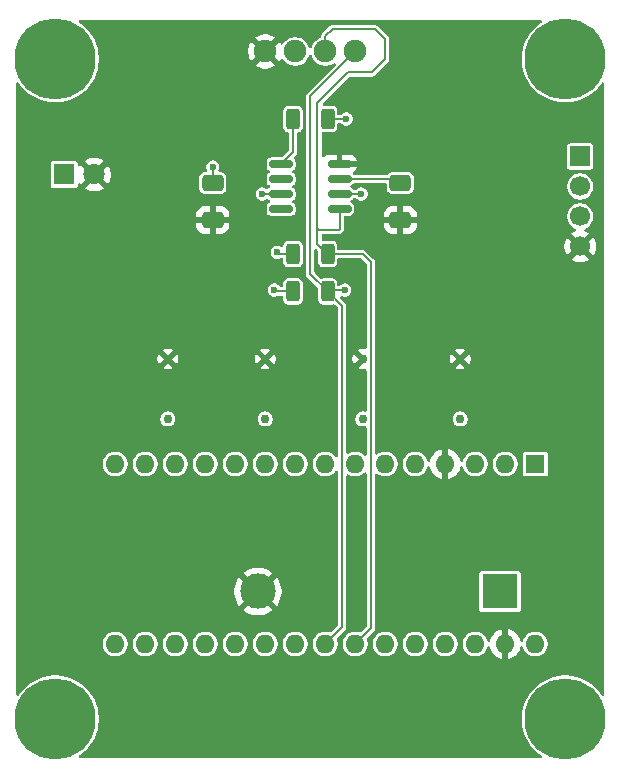
<source format=gbr>
%TF.GenerationSoftware,KiCad,Pcbnew,9.0.7-9.0.7~ubuntu24.04.1*%
%TF.CreationDate,2026-02-13T13:47:40-05:00*%
%TF.ProjectId,ControlPanelRTC,436f6e74-726f-46c5-9061-6e656c525443,rev?*%
%TF.SameCoordinates,Original*%
%TF.FileFunction,Copper,L2,Bot*%
%TF.FilePolarity,Positive*%
%FSLAX46Y46*%
G04 Gerber Fmt 4.6, Leading zero omitted, Abs format (unit mm)*
G04 Created by KiCad (PCBNEW 9.0.7-9.0.7~ubuntu24.04.1) date 2026-02-13 13:47:40*
%MOMM*%
%LPD*%
G01*
G04 APERTURE LIST*
G04 Aperture macros list*
%AMRoundRect*
0 Rectangle with rounded corners*
0 $1 Rounding radius*
0 $2 $3 $4 $5 $6 $7 $8 $9 X,Y pos of 4 corners*
0 Add a 4 corners polygon primitive as box body*
4,1,4,$2,$3,$4,$5,$6,$7,$8,$9,$2,$3,0*
0 Add four circle primitives for the rounded corners*
1,1,$1+$1,$2,$3*
1,1,$1+$1,$4,$5*
1,1,$1+$1,$6,$7*
1,1,$1+$1,$8,$9*
0 Add four rect primitives between the rounded corners*
20,1,$1+$1,$2,$3,$4,$5,0*
20,1,$1+$1,$4,$5,$6,$7,0*
20,1,$1+$1,$6,$7,$8,$9,0*
20,1,$1+$1,$8,$9,$2,$3,0*%
G04 Aperture macros list end*
%TA.AperFunction,ComponentPad*%
%ADD10C,6.858000*%
%TD*%
%TA.AperFunction,ComponentPad*%
%ADD11R,3.000000X3.000000*%
%TD*%
%TA.AperFunction,ComponentPad*%
%ADD12C,3.000000*%
%TD*%
%TA.AperFunction,ComponentPad*%
%ADD13C,0.762000*%
%TD*%
%TA.AperFunction,SMDPad,CuDef*%
%ADD14RoundRect,0.250000X0.312500X0.625000X-0.312500X0.625000X-0.312500X-0.625000X0.312500X-0.625000X0*%
%TD*%
%TA.AperFunction,ComponentPad*%
%ADD15R,1.800000X1.800000*%
%TD*%
%TA.AperFunction,ComponentPad*%
%ADD16C,1.800000*%
%TD*%
%TA.AperFunction,SMDPad,CuDef*%
%ADD17RoundRect,0.250000X-0.650000X0.412500X-0.650000X-0.412500X0.650000X-0.412500X0.650000X0.412500X0*%
%TD*%
%TA.AperFunction,ComponentPad*%
%ADD18R,1.600000X1.600000*%
%TD*%
%TA.AperFunction,ComponentPad*%
%ADD19O,1.600000X1.600000*%
%TD*%
%TA.AperFunction,ComponentPad*%
%ADD20C,1.905000*%
%TD*%
%TA.AperFunction,ComponentPad*%
%ADD21R,1.700000X1.700000*%
%TD*%
%TA.AperFunction,ComponentPad*%
%ADD22C,1.700000*%
%TD*%
%TA.AperFunction,SMDPad,CuDef*%
%ADD23RoundRect,0.150000X-0.825000X-0.150000X0.825000X-0.150000X0.825000X0.150000X-0.825000X0.150000X0*%
%TD*%
%TA.AperFunction,SMDPad,CuDef*%
%ADD24RoundRect,0.250000X-0.312500X-0.625000X0.312500X-0.625000X0.312500X0.625000X-0.312500X0.625000X0*%
%TD*%
%TA.AperFunction,ViaPad*%
%ADD25C,0.600000*%
%TD*%
%TA.AperFunction,Conductor*%
%ADD26C,0.200000*%
%TD*%
G04 APERTURE END LIST*
D10*
%TO.P,H4,1*%
%TO.N,N/C*%
X165100000Y-100965000D03*
%TD*%
%TO.P,H3,1*%
%TO.N,N/C*%
X121920000Y-100965000D03*
%TD*%
%TO.P,H2,1*%
%TO.N,N/C*%
X165100000Y-45085000D03*
%TD*%
%TO.P,H1,1*%
%TO.N,N/C*%
X121920000Y-45085000D03*
%TD*%
D11*
%TO.P,BT1,1,+*%
%TO.N,+BATT*%
X159570000Y-90169999D03*
D12*
%TO.P,BT1,2,-*%
%TO.N,GND*%
X139080000Y-90169999D03*
%TD*%
D13*
%TO.P,SW4,2,2*%
%TO.N,GND*%
X131445000Y-70485000D03*
%TO.P,SW4,1,1*%
%TO.N,/S3*%
X131445000Y-75565000D03*
%TD*%
%TO.P,SW3,1,1*%
%TO.N,/S2*%
X139700000Y-75565000D03*
%TO.P,SW3,2,2*%
%TO.N,GND*%
X139700000Y-70485000D03*
%TD*%
%TO.P,SW2,1,1*%
%TO.N,/S1*%
X147955000Y-75565000D03*
%TO.P,SW2,2,2*%
%TO.N,GND*%
X147955000Y-70485000D03*
%TD*%
%TO.P,SW1,1,1*%
%TO.N,/S0*%
X156210000Y-75565000D03*
%TO.P,SW1,2,2*%
%TO.N,GND*%
X156210000Y-70485000D03*
%TD*%
D14*
%TO.P,R3,1*%
%TO.N,VCC*%
X144972500Y-50165000D03*
%TO.P,R3,2*%
%TO.N,Net-(U1-~{RST})*%
X142047500Y-50165000D03*
%TD*%
D15*
%TO.P,Q1,1,C*%
%TO.N,/ALS*%
X122682000Y-54864000D03*
D16*
%TO.P,Q1,2,E*%
%TO.N,GND*%
X125222000Y-54864000D03*
%TD*%
D17*
%TO.P,C2,1*%
%TO.N,+BATT*%
X151130000Y-55587500D03*
%TO.P,C2,2*%
%TO.N,GND*%
X151130000Y-58712500D03*
%TD*%
D18*
%TO.P,A1,1,D1/TX*%
%TO.N,Net-(A1-D1{slash}TX)*%
X162560000Y-79375000D03*
D19*
%TO.P,A1,2,D0/RX*%
%TO.N,Net-(A1-D0{slash}RX)*%
X160020000Y-79375000D03*
%TO.P,A1,3,~{RESET}*%
%TO.N,unconnected-(A1-~{RESET}-Pad3)*%
X157480000Y-79375000D03*
%TO.P,A1,4,GND*%
%TO.N,GND*%
X154940000Y-79375000D03*
%TO.P,A1,5,D2*%
%TO.N,unconnected-(A1-D2-Pad5)*%
X152400000Y-79375000D03*
%TO.P,A1,6,D3*%
%TO.N,unconnected-(A1-D3-Pad6)*%
X149860000Y-79375000D03*
%TO.P,A1,7,D4*%
%TO.N,unconnected-(A1-D4-Pad7)*%
X147320000Y-79375000D03*
%TO.P,A1,8,D5*%
%TO.N,unconnected-(A1-D5-Pad8)*%
X144780000Y-79375000D03*
%TO.P,A1,9,D6*%
%TO.N,/S0*%
X142240000Y-79375000D03*
%TO.P,A1,10,D7*%
%TO.N,/S1*%
X139700000Y-79375000D03*
%TO.P,A1,11,D8*%
%TO.N,/S2*%
X137160000Y-79375000D03*
%TO.P,A1,12,D9*%
%TO.N,/S3*%
X134620000Y-79375000D03*
%TO.P,A1,13,D10*%
%TO.N,unconnected-(A1-D10-Pad13)*%
X132080000Y-79375000D03*
%TO.P,A1,14,D11*%
%TO.N,unconnected-(A1-D11-Pad14)*%
X129540000Y-79375000D03*
%TO.P,A1,15,D12*%
%TO.N,unconnected-(A1-D12-Pad15)*%
X127000000Y-79375000D03*
%TO.P,A1,16,D13*%
%TO.N,unconnected-(A1-D13-Pad16)*%
X127000000Y-94615000D03*
%TO.P,A1,17,3V3*%
%TO.N,unconnected-(A1-3V3-Pad17)*%
X129540000Y-94615000D03*
%TO.P,A1,18,AREF*%
%TO.N,unconnected-(A1-AREF-Pad18)*%
X132080000Y-94615000D03*
%TO.P,A1,19,A0*%
%TO.N,/ALS*%
X134620000Y-94615000D03*
%TO.P,A1,20,A1*%
%TO.N,unconnected-(A1-A1-Pad20)*%
X137160000Y-94615000D03*
%TO.P,A1,21,A2*%
%TO.N,unconnected-(A1-A2-Pad21)*%
X139700000Y-94615000D03*
%TO.P,A1,22,A3*%
%TO.N,unconnected-(A1-A3-Pad22)*%
X142240000Y-94615000D03*
%TO.P,A1,23,A4*%
%TO.N,/SDA*%
X144780000Y-94615000D03*
%TO.P,A1,24,A5*%
%TO.N,/SCL*%
X147320000Y-94615000D03*
%TO.P,A1,25,A6*%
%TO.N,unconnected-(A1-A6-Pad25)*%
X149860000Y-94615000D03*
%TO.P,A1,26,A7*%
%TO.N,unconnected-(A1-A7-Pad26)*%
X152400000Y-94615000D03*
%TO.P,A1,27,+5V*%
%TO.N,VCC*%
X154940000Y-94615000D03*
%TO.P,A1,28,~{RESET}*%
%TO.N,unconnected-(A1-~{RESET}-Pad28)*%
X157480000Y-94615000D03*
%TO.P,A1,29,GND*%
%TO.N,GND*%
X160020000Y-94615000D03*
%TO.P,A1,30,VIN*%
%TO.N,unconnected-(A1-VIN-Pad30)*%
X162560000Y-94615000D03*
%TD*%
D20*
%TO.P,J2,1,Pin_1*%
%TO.N,GND*%
X139700000Y-44450000D03*
%TO.P,J2,2,Pin_2*%
%TO.N,VCC*%
X142240000Y-44450000D03*
%TO.P,J2,3,Pin_3*%
%TO.N,/SCL*%
X144780000Y-44450000D03*
%TO.P,J2,4,Pin_4*%
%TO.N,/SDA*%
X147320000Y-44450000D03*
%TD*%
D21*
%TO.P,J1,1,Pin_1*%
%TO.N,VCC*%
X166370000Y-53340000D03*
D22*
%TO.P,J1,2,Pin_2*%
%TO.N,Net-(J1-Pin_2)*%
X166370000Y-55880000D03*
%TO.P,J1,3,Pin_3*%
%TO.N,Net-(J1-Pin_3)*%
X166370000Y-58420000D03*
%TO.P,J1,4,Pin_4*%
%TO.N,GND*%
X166370000Y-60960000D03*
%TD*%
D17*
%TO.P,C1,1*%
%TO.N,VCC*%
X135255000Y-55587500D03*
%TO.P,C1,2*%
%TO.N,GND*%
X135255000Y-58712500D03*
%TD*%
D23*
%TO.P,U1,1,32KHZ*%
%TO.N,unconnected-(U1-32KHZ-Pad1)*%
X141035000Y-57785000D03*
%TO.P,U1,2,VCC*%
%TO.N,VCC*%
X141035000Y-56515000D03*
%TO.P,U1,3,~{INT}/SQW*%
%TO.N,unconnected-(U1-~{INT}{slash}SQW-Pad3)*%
X141035000Y-55245000D03*
%TO.P,U1,4,~{RST}*%
%TO.N,Net-(U1-~{RST})*%
X141035000Y-53975000D03*
%TO.P,U1,5,GND*%
%TO.N,GND*%
X145985000Y-53975000D03*
%TO.P,U1,6,VBAT*%
%TO.N,+BATT*%
X145985000Y-55245000D03*
%TO.P,U1,7,SDA*%
%TO.N,/SDA*%
X145985000Y-56515000D03*
%TO.P,U1,8,SCL*%
%TO.N,/SCL*%
X145985000Y-57785000D03*
%TD*%
D24*
%TO.P,R1,1*%
%TO.N,VCC*%
X142047500Y-61595000D03*
%TO.P,R1,2*%
%TO.N,/SCL*%
X144972500Y-61595000D03*
%TD*%
%TO.P,R2,1*%
%TO.N,VCC*%
X142047500Y-64770000D03*
%TO.P,R2,2*%
%TO.N,/SDA*%
X144972500Y-64770000D03*
%TD*%
D25*
%TO.N,/SDA*%
X146431000Y-64643000D03*
X147828000Y-56515000D03*
%TO.N,+BATT*%
X151130000Y-55587500D03*
%TO.N,VCC*%
X140462000Y-64643000D03*
X140716000Y-61468000D03*
X139446000Y-56515000D03*
X135255000Y-54229000D03*
X146558000Y-50165000D03*
%TD*%
D26*
%TO.N,Net-(U1-~{RST})*%
X142047500Y-50165000D02*
X142047500Y-52962500D01*
X142047500Y-52962500D02*
X141035000Y-53975000D01*
%TO.N,/SDA*%
X146431000Y-64643000D02*
X145099500Y-64643000D01*
X145099500Y-64643000D02*
X144972500Y-64770000D01*
X145985000Y-56515000D02*
X147828000Y-56515000D01*
%TO.N,/SCL*%
X145985000Y-59501000D02*
X145923000Y-59563000D01*
X145985000Y-57785000D02*
X145985000Y-59501000D01*
X144109000Y-60731500D02*
X144109000Y-59436000D01*
X145923000Y-59563000D02*
X144236000Y-59563000D01*
X144236000Y-59563000D02*
X144109000Y-59436000D01*
X144972500Y-61595000D02*
X144109000Y-60731500D01*
X144109000Y-59436000D02*
X144109000Y-48804000D01*
X144109000Y-48804000D02*
X146685000Y-46228000D01*
X146685000Y-46228000D02*
X148717000Y-46228000D01*
X148717000Y-46228000D02*
X149860000Y-45085000D01*
X149860000Y-45085000D02*
X149860000Y-43434000D01*
X149860000Y-43434000D02*
X148971000Y-42545000D01*
X148971000Y-42545000D02*
X145415000Y-42545000D01*
X145415000Y-42545000D02*
X144780000Y-43180000D01*
X144780000Y-43180000D02*
X144780000Y-44450000D01*
%TO.N,/SDA*%
X144972500Y-64770000D02*
X143510000Y-63307500D01*
X143510000Y-63307500D02*
X143510000Y-48260000D01*
X143510000Y-48260000D02*
X147320000Y-44450000D01*
X144780000Y-94615000D02*
X146219000Y-93176000D01*
X146219000Y-93176000D02*
X146219000Y-66016500D01*
X146219000Y-66016500D02*
X144972500Y-64770000D01*
%TO.N,/SCL*%
X148637000Y-62277000D02*
X147955000Y-61595000D01*
X148637000Y-93298000D02*
X148637000Y-62277000D01*
X147320000Y-94615000D02*
X148637000Y-93298000D01*
X147955000Y-61595000D02*
X144972500Y-61595000D01*
%TO.N,+BATT*%
X145985000Y-55245000D02*
X150787500Y-55245000D01*
X150787500Y-55245000D02*
X151130000Y-55587500D01*
%TO.N,VCC*%
X140589000Y-64770000D02*
X140462000Y-64643000D01*
X142047500Y-64770000D02*
X140589000Y-64770000D01*
X140843000Y-61595000D02*
X140716000Y-61468000D01*
X142047500Y-61595000D02*
X140843000Y-61595000D01*
X141035000Y-56515000D02*
X139446000Y-56515000D01*
X135255000Y-55587500D02*
X135255000Y-54229000D01*
X144972500Y-50165000D02*
X146558000Y-50165000D01*
%TD*%
%TA.AperFunction,Conductor*%
%TO.N,GND*%
G36*
X144073012Y-61197304D02*
G01*
X144079595Y-61203433D01*
X144118595Y-61242433D01*
X144152621Y-61304745D01*
X144155500Y-61331528D01*
X144155500Y-62268246D01*
X144155502Y-62268270D01*
X144161959Y-62328339D01*
X144161959Y-62328341D01*
X144212657Y-62464266D01*
X144212658Y-62464267D01*
X144299596Y-62580404D01*
X144415733Y-62667342D01*
X144551658Y-62718040D01*
X144611745Y-62724500D01*
X145333254Y-62724499D01*
X145393342Y-62718040D01*
X145529267Y-62667342D01*
X145645404Y-62580404D01*
X145732342Y-62464267D01*
X145783040Y-62328342D01*
X145789500Y-62268255D01*
X145789500Y-62075500D01*
X145809502Y-62007379D01*
X145863158Y-61960886D01*
X145915500Y-61949500D01*
X147755971Y-61949500D01*
X147824092Y-61969502D01*
X147845066Y-61986405D01*
X148245595Y-62386934D01*
X148279621Y-62449246D01*
X148282500Y-62476029D01*
X148282500Y-69498352D01*
X148262498Y-69566473D01*
X148208842Y-69612966D01*
X148138568Y-69623070D01*
X148131919Y-69621931D01*
X148041776Y-69604000D01*
X147868226Y-69604000D01*
X147698021Y-69637856D01*
X147698020Y-69637857D01*
X147537689Y-69704269D01*
X147531774Y-69708220D01*
X148042681Y-70219127D01*
X148076707Y-70281439D01*
X148076252Y-70287789D01*
X148000471Y-70256400D01*
X147909529Y-70256400D01*
X147825508Y-70291202D01*
X147761202Y-70355508D01*
X147726400Y-70439529D01*
X147726400Y-70530471D01*
X147761202Y-70614492D01*
X147825508Y-70678798D01*
X147909529Y-70713600D01*
X148000471Y-70713600D01*
X148073240Y-70683458D01*
X148071642Y-70705808D01*
X148042681Y-70750871D01*
X147531773Y-71261778D01*
X147531774Y-71261779D01*
X147537686Y-71265730D01*
X147698016Y-71332141D01*
X147698021Y-71332143D01*
X147868226Y-71365999D01*
X147868230Y-71366000D01*
X148041770Y-71366000D01*
X148041773Y-71365999D01*
X148131918Y-71348068D01*
X148202632Y-71354396D01*
X148258699Y-71397950D01*
X148282319Y-71464902D01*
X148282500Y-71471647D01*
X148282500Y-74828662D01*
X148262498Y-74896783D01*
X148208842Y-74943276D01*
X148138568Y-74953380D01*
X148131918Y-74952241D01*
X148017594Y-74929500D01*
X148017591Y-74929500D01*
X147892409Y-74929500D01*
X147892406Y-74929500D01*
X147769630Y-74953922D01*
X147769625Y-74953924D01*
X147653977Y-75001827D01*
X147549896Y-75071372D01*
X147549889Y-75071377D01*
X147461377Y-75159889D01*
X147461372Y-75159896D01*
X147391827Y-75263977D01*
X147343924Y-75379625D01*
X147343922Y-75379630D01*
X147319500Y-75502406D01*
X147319500Y-75502409D01*
X147319500Y-75627591D01*
X147343922Y-75750369D01*
X147391827Y-75866022D01*
X147461375Y-75970108D01*
X147549892Y-76058625D01*
X147653978Y-76128173D01*
X147769631Y-76176078D01*
X147892409Y-76200500D01*
X147892410Y-76200500D01*
X148017590Y-76200500D01*
X148017591Y-76200500D01*
X148131921Y-76177758D01*
X148202632Y-76184086D01*
X148258699Y-76227640D01*
X148282319Y-76294592D01*
X148282500Y-76301337D01*
X148282500Y-78542022D01*
X148262498Y-78610143D01*
X148208842Y-78656636D01*
X148138568Y-78666740D01*
X148073988Y-78637246D01*
X148067405Y-78631117D01*
X147992209Y-78555921D01*
X147992203Y-78555916D01*
X147934895Y-78517623D01*
X147819493Y-78440514D01*
X147627586Y-78361024D01*
X147423861Y-78320500D01*
X147423859Y-78320500D01*
X147216141Y-78320500D01*
X147216138Y-78320500D01*
X147012413Y-78361024D01*
X147012408Y-78361026D01*
X146820508Y-78440513D01*
X146769501Y-78474595D01*
X146701748Y-78495809D01*
X146633281Y-78477025D01*
X146585839Y-78424208D01*
X146573500Y-78369829D01*
X146573500Y-70398226D01*
X147074000Y-70398226D01*
X147074000Y-70571773D01*
X147107856Y-70741978D01*
X147107857Y-70741979D01*
X147174270Y-70902312D01*
X147178219Y-70908224D01*
X147601445Y-70484999D01*
X147178219Y-70061774D01*
X147174269Y-70067689D01*
X147107857Y-70228020D01*
X147107856Y-70228021D01*
X147074000Y-70398226D01*
X146573500Y-70398226D01*
X146573500Y-65969829D01*
X146573499Y-65969825D01*
X146554655Y-65899500D01*
X146549341Y-65879668D01*
X146541896Y-65866773D01*
X146502673Y-65798835D01*
X146502669Y-65798830D01*
X146436668Y-65732829D01*
X146057517Y-65353678D01*
X146023491Y-65291366D01*
X146028556Y-65220551D01*
X146071103Y-65163715D01*
X146137623Y-65138904D01*
X146206997Y-65153995D01*
X146209612Y-65155464D01*
X146216966Y-65159710D01*
X146216968Y-65159710D01*
X146216971Y-65159712D01*
X146357999Y-65197500D01*
X146358001Y-65197500D01*
X146503999Y-65197500D01*
X146504001Y-65197500D01*
X146645029Y-65159712D01*
X146645032Y-65159710D01*
X146645033Y-65159710D01*
X146708250Y-65123211D01*
X146771471Y-65086711D01*
X146874711Y-64983471D01*
X146947712Y-64857029D01*
X146985500Y-64716001D01*
X146985500Y-64569999D01*
X146947712Y-64428971D01*
X146947710Y-64428968D01*
X146947710Y-64428966D01*
X146874713Y-64302532D01*
X146874705Y-64302522D01*
X146771477Y-64199294D01*
X146771467Y-64199286D01*
X146645033Y-64126289D01*
X146628372Y-64121824D01*
X146504001Y-64088500D01*
X146357999Y-64088500D01*
X146271686Y-64111627D01*
X146216966Y-64126289D01*
X146090532Y-64199286D01*
X146090527Y-64199290D01*
X146074976Y-64214842D01*
X146038221Y-64251596D01*
X146010853Y-64266540D01*
X145984626Y-64283396D01*
X145978326Y-64284301D01*
X145975912Y-64285620D01*
X145949128Y-64288500D01*
X145915499Y-64288500D01*
X145847378Y-64268498D01*
X145800885Y-64214842D01*
X145789499Y-64162500D01*
X145789499Y-64096753D01*
X145789499Y-64096746D01*
X145783040Y-64036658D01*
X145732342Y-63900733D01*
X145645404Y-63784596D01*
X145529267Y-63697658D01*
X145529265Y-63697657D01*
X145529266Y-63697657D01*
X145393349Y-63646962D01*
X145393344Y-63646960D01*
X145393342Y-63646960D01*
X145363298Y-63643730D01*
X145333256Y-63640500D01*
X144611753Y-63640500D01*
X144611729Y-63640502D01*
X144551660Y-63646959D01*
X144551659Y-63646959D01*
X144481231Y-63673227D01*
X144410415Y-63678291D01*
X144348105Y-63644266D01*
X143901405Y-63197566D01*
X143867379Y-63135254D01*
X143864500Y-63108471D01*
X143864500Y-61292528D01*
X143884502Y-61224407D01*
X143938158Y-61177914D01*
X144008432Y-61167810D01*
X144073012Y-61197304D01*
G37*
%TD.AperFunction*%
%TA.AperFunction,Conductor*%
G36*
X163075647Y-41795502D02*
G01*
X163122140Y-41849158D01*
X163132244Y-41919432D01*
X163102750Y-41984012D01*
X163077528Y-42006265D01*
X162903102Y-42122812D01*
X162903087Y-42122823D01*
X162623335Y-42352409D01*
X162623316Y-42352427D01*
X162367427Y-42608316D01*
X162367409Y-42608335D01*
X162137823Y-42888087D01*
X162137812Y-42888102D01*
X161936748Y-43189016D01*
X161766140Y-43508201D01*
X161725529Y-43606246D01*
X161638069Y-43817394D01*
X161627638Y-43842576D01*
X161612513Y-43892438D01*
X161522581Y-44188903D01*
X161509034Y-44257007D01*
X161451974Y-44543865D01*
X161451972Y-44543881D01*
X161416500Y-44904034D01*
X161416500Y-45265965D01*
X161451972Y-45626118D01*
X161451973Y-45626123D01*
X161451974Y-45626133D01*
X161522581Y-45981097D01*
X161627640Y-46327430D01*
X161703956Y-46511673D01*
X161766140Y-46661798D01*
X161936748Y-46980983D01*
X162137812Y-47281897D01*
X162137823Y-47281912D01*
X162367409Y-47561664D01*
X162367427Y-47561683D01*
X162623316Y-47817572D01*
X162623335Y-47817590D01*
X162903087Y-48047176D01*
X162903096Y-48047183D01*
X163204019Y-48248253D01*
X163523202Y-48418860D01*
X163857570Y-48557360D01*
X164203903Y-48662419D01*
X164558867Y-48733026D01*
X164919041Y-48768500D01*
X164919050Y-48768500D01*
X165280950Y-48768500D01*
X165280959Y-48768500D01*
X165641133Y-48733026D01*
X165996097Y-48662419D01*
X166342430Y-48557360D01*
X166676798Y-48418860D01*
X166995981Y-48248253D01*
X167296904Y-48047183D01*
X167576670Y-47817585D01*
X167832585Y-47561670D01*
X168062183Y-47281904D01*
X168132241Y-47177053D01*
X168178735Y-47107472D01*
X168233212Y-47061944D01*
X168303655Y-47053096D01*
X168367699Y-47083737D01*
X168405010Y-47144139D01*
X168409500Y-47177474D01*
X168409500Y-98872525D01*
X168389498Y-98940646D01*
X168335842Y-98987139D01*
X168265568Y-98997243D01*
X168200988Y-98967749D01*
X168178735Y-98942527D01*
X168062187Y-98768102D01*
X168062176Y-98768087D01*
X167832590Y-98488335D01*
X167832572Y-98488316D01*
X167576683Y-98232427D01*
X167576664Y-98232409D01*
X167296912Y-98002823D01*
X167296897Y-98002812D01*
X166995983Y-97801748D01*
X166676798Y-97631140D01*
X166342430Y-97492640D01*
X165996097Y-97387581D01*
X165759454Y-97340509D01*
X165641134Y-97316974D01*
X165641118Y-97316972D01*
X165280965Y-97281500D01*
X165280959Y-97281500D01*
X164919041Y-97281500D01*
X164919034Y-97281500D01*
X164558881Y-97316972D01*
X164558865Y-97316974D01*
X164322224Y-97364045D01*
X164203903Y-97387581D01*
X163986513Y-97453525D01*
X163857576Y-97492638D01*
X163857574Y-97492638D01*
X163857570Y-97492640D01*
X163677178Y-97567360D01*
X163523201Y-97631140D01*
X163204016Y-97801748D01*
X162903102Y-98002812D01*
X162903087Y-98002823D01*
X162623335Y-98232409D01*
X162623316Y-98232427D01*
X162367427Y-98488316D01*
X162367409Y-98488335D01*
X162137823Y-98768087D01*
X162137812Y-98768102D01*
X161936748Y-99069016D01*
X161766140Y-99388201D01*
X161627638Y-99722576D01*
X161522581Y-100068904D01*
X161451974Y-100423865D01*
X161451972Y-100423881D01*
X161416500Y-100784034D01*
X161416500Y-101145965D01*
X161451972Y-101506118D01*
X161451974Y-101506133D01*
X161522581Y-101861097D01*
X161627640Y-102207430D01*
X161766140Y-102541798D01*
X161936748Y-102860983D01*
X162137812Y-103161897D01*
X162137823Y-103161912D01*
X162367409Y-103441664D01*
X162367427Y-103441683D01*
X162623316Y-103697572D01*
X162623335Y-103697590D01*
X162903087Y-103927176D01*
X162903096Y-103927183D01*
X162903102Y-103927187D01*
X163077528Y-104043735D01*
X163123056Y-104098212D01*
X163131904Y-104168655D01*
X163101263Y-104232699D01*
X163040861Y-104270010D01*
X163007526Y-104274500D01*
X124012474Y-104274500D01*
X123944353Y-104254498D01*
X123897860Y-104200842D01*
X123887756Y-104130568D01*
X123917250Y-104065988D01*
X123942472Y-104043735D01*
X124012053Y-103997241D01*
X124116904Y-103927183D01*
X124396670Y-103697585D01*
X124652585Y-103441670D01*
X124882183Y-103161904D01*
X125083253Y-102860981D01*
X125253860Y-102541798D01*
X125392360Y-102207430D01*
X125497419Y-101861097D01*
X125568026Y-101506133D01*
X125603500Y-101145959D01*
X125603500Y-100784041D01*
X125568026Y-100423867D01*
X125497419Y-100068903D01*
X125392360Y-99722570D01*
X125253860Y-99388202D01*
X125083253Y-99069019D01*
X124882183Y-98768096D01*
X124882176Y-98768087D01*
X124652590Y-98488335D01*
X124652572Y-98488316D01*
X124396683Y-98232427D01*
X124396664Y-98232409D01*
X124116912Y-98002823D01*
X124116897Y-98002812D01*
X123815983Y-97801748D01*
X123496798Y-97631140D01*
X123162430Y-97492640D01*
X122816097Y-97387581D01*
X122579454Y-97340509D01*
X122461134Y-97316974D01*
X122461118Y-97316972D01*
X122100965Y-97281500D01*
X122100959Y-97281500D01*
X121739041Y-97281500D01*
X121739034Y-97281500D01*
X121378881Y-97316972D01*
X121378865Y-97316974D01*
X121142224Y-97364045D01*
X121023903Y-97387581D01*
X120806513Y-97453525D01*
X120677576Y-97492638D01*
X120677574Y-97492638D01*
X120677570Y-97492640D01*
X120497178Y-97567360D01*
X120343201Y-97631140D01*
X120024016Y-97801748D01*
X119723102Y-98002812D01*
X119723087Y-98002823D01*
X119443335Y-98232409D01*
X119443316Y-98232427D01*
X119187427Y-98488316D01*
X119187409Y-98488335D01*
X118957823Y-98768087D01*
X118957812Y-98768102D01*
X118841265Y-98942527D01*
X118786788Y-98988055D01*
X118716345Y-98996903D01*
X118652301Y-98966261D01*
X118614989Y-98905860D01*
X118610500Y-98872525D01*
X118610500Y-94511138D01*
X125945500Y-94511138D01*
X125945500Y-94718861D01*
X125969258Y-94838297D01*
X125986024Y-94922586D01*
X126065514Y-95114493D01*
X126065853Y-95115000D01*
X126180916Y-95287203D01*
X126180921Y-95287209D01*
X126327790Y-95434078D01*
X126327796Y-95434083D01*
X126500507Y-95549486D01*
X126692414Y-95628976D01*
X126896141Y-95669500D01*
X126896142Y-95669500D01*
X127103858Y-95669500D01*
X127103859Y-95669500D01*
X127307586Y-95628976D01*
X127499493Y-95549486D01*
X127672204Y-95434083D01*
X127819083Y-95287204D01*
X127934486Y-95114493D01*
X128013976Y-94922586D01*
X128054500Y-94718859D01*
X128054500Y-94511141D01*
X128054499Y-94511138D01*
X128485500Y-94511138D01*
X128485500Y-94718861D01*
X128509258Y-94838297D01*
X128526024Y-94922586D01*
X128605514Y-95114493D01*
X128605853Y-95115000D01*
X128720916Y-95287203D01*
X128720921Y-95287209D01*
X128867790Y-95434078D01*
X128867796Y-95434083D01*
X129040507Y-95549486D01*
X129232414Y-95628976D01*
X129436141Y-95669500D01*
X129436142Y-95669500D01*
X129643858Y-95669500D01*
X129643859Y-95669500D01*
X129847586Y-95628976D01*
X130039493Y-95549486D01*
X130212204Y-95434083D01*
X130359083Y-95287204D01*
X130474486Y-95114493D01*
X130553976Y-94922586D01*
X130594500Y-94718859D01*
X130594500Y-94511141D01*
X130594499Y-94511138D01*
X131025500Y-94511138D01*
X131025500Y-94718861D01*
X131049258Y-94838297D01*
X131066024Y-94922586D01*
X131145514Y-95114493D01*
X131145853Y-95115000D01*
X131260916Y-95287203D01*
X131260921Y-95287209D01*
X131407790Y-95434078D01*
X131407796Y-95434083D01*
X131580507Y-95549486D01*
X131772414Y-95628976D01*
X131976141Y-95669500D01*
X131976142Y-95669500D01*
X132183858Y-95669500D01*
X132183859Y-95669500D01*
X132387586Y-95628976D01*
X132579493Y-95549486D01*
X132752204Y-95434083D01*
X132899083Y-95287204D01*
X133014486Y-95114493D01*
X133093976Y-94922586D01*
X133134500Y-94718859D01*
X133134500Y-94511141D01*
X133134499Y-94511138D01*
X133565500Y-94511138D01*
X133565500Y-94718861D01*
X133589258Y-94838297D01*
X133606024Y-94922586D01*
X133685514Y-95114493D01*
X133685853Y-95115000D01*
X133800916Y-95287203D01*
X133800921Y-95287209D01*
X133947790Y-95434078D01*
X133947796Y-95434083D01*
X134120507Y-95549486D01*
X134312414Y-95628976D01*
X134516141Y-95669500D01*
X134516142Y-95669500D01*
X134723858Y-95669500D01*
X134723859Y-95669500D01*
X134927586Y-95628976D01*
X135119493Y-95549486D01*
X135292204Y-95434083D01*
X135439083Y-95287204D01*
X135554486Y-95114493D01*
X135633976Y-94922586D01*
X135674500Y-94718859D01*
X135674500Y-94511141D01*
X135674499Y-94511138D01*
X136105500Y-94511138D01*
X136105500Y-94718861D01*
X136129258Y-94838297D01*
X136146024Y-94922586D01*
X136225514Y-95114493D01*
X136225853Y-95115000D01*
X136340916Y-95287203D01*
X136340921Y-95287209D01*
X136487790Y-95434078D01*
X136487796Y-95434083D01*
X136660507Y-95549486D01*
X136852414Y-95628976D01*
X137056141Y-95669500D01*
X137056142Y-95669500D01*
X137263858Y-95669500D01*
X137263859Y-95669500D01*
X137467586Y-95628976D01*
X137659493Y-95549486D01*
X137832204Y-95434083D01*
X137979083Y-95287204D01*
X138094486Y-95114493D01*
X138173976Y-94922586D01*
X138214500Y-94718859D01*
X138214500Y-94511141D01*
X138214499Y-94511138D01*
X138645500Y-94511138D01*
X138645500Y-94718861D01*
X138669258Y-94838297D01*
X138686024Y-94922586D01*
X138765514Y-95114493D01*
X138765853Y-95115000D01*
X138880916Y-95287203D01*
X138880921Y-95287209D01*
X139027790Y-95434078D01*
X139027796Y-95434083D01*
X139200507Y-95549486D01*
X139392414Y-95628976D01*
X139596141Y-95669500D01*
X139596142Y-95669500D01*
X139803858Y-95669500D01*
X139803859Y-95669500D01*
X140007586Y-95628976D01*
X140199493Y-95549486D01*
X140372204Y-95434083D01*
X140519083Y-95287204D01*
X140634486Y-95114493D01*
X140713976Y-94922586D01*
X140754500Y-94718859D01*
X140754500Y-94511141D01*
X140754499Y-94511138D01*
X141185500Y-94511138D01*
X141185500Y-94718861D01*
X141209258Y-94838297D01*
X141226024Y-94922586D01*
X141305514Y-95114493D01*
X141305853Y-95115000D01*
X141420916Y-95287203D01*
X141420921Y-95287209D01*
X141567790Y-95434078D01*
X141567796Y-95434083D01*
X141740507Y-95549486D01*
X141932414Y-95628976D01*
X142136141Y-95669500D01*
X142136142Y-95669500D01*
X142343858Y-95669500D01*
X142343859Y-95669500D01*
X142547586Y-95628976D01*
X142739493Y-95549486D01*
X142912204Y-95434083D01*
X143059083Y-95287204D01*
X143174486Y-95114493D01*
X143253976Y-94922586D01*
X143294500Y-94718859D01*
X143294500Y-94511141D01*
X143253976Y-94307414D01*
X143174486Y-94115507D01*
X143059083Y-93942796D01*
X143059078Y-93942790D01*
X142912209Y-93795921D01*
X142912203Y-93795916D01*
X142854895Y-93757623D01*
X142739493Y-93680514D01*
X142547586Y-93601024D01*
X142343861Y-93560500D01*
X142343859Y-93560500D01*
X142136141Y-93560500D01*
X142136138Y-93560500D01*
X141932413Y-93601024D01*
X141932408Y-93601026D01*
X141740507Y-93680514D01*
X141567796Y-93795916D01*
X141567790Y-93795921D01*
X141420921Y-93942790D01*
X141420916Y-93942796D01*
X141305514Y-94115507D01*
X141226026Y-94307408D01*
X141226024Y-94307413D01*
X141185500Y-94511138D01*
X140754499Y-94511138D01*
X140713976Y-94307414D01*
X140634486Y-94115507D01*
X140519083Y-93942796D01*
X140519078Y-93942790D01*
X140372209Y-93795921D01*
X140372203Y-93795916D01*
X140314895Y-93757623D01*
X140199493Y-93680514D01*
X140007586Y-93601024D01*
X139803861Y-93560500D01*
X139803859Y-93560500D01*
X139596141Y-93560500D01*
X139596138Y-93560500D01*
X139392413Y-93601024D01*
X139392408Y-93601026D01*
X139200507Y-93680514D01*
X139027796Y-93795916D01*
X139027790Y-93795921D01*
X138880921Y-93942790D01*
X138880916Y-93942796D01*
X138765514Y-94115507D01*
X138686026Y-94307408D01*
X138686024Y-94307413D01*
X138645500Y-94511138D01*
X138214499Y-94511138D01*
X138173976Y-94307414D01*
X138094486Y-94115507D01*
X137979083Y-93942796D01*
X137979078Y-93942790D01*
X137832209Y-93795921D01*
X137832203Y-93795916D01*
X137774895Y-93757623D01*
X137659493Y-93680514D01*
X137467586Y-93601024D01*
X137263861Y-93560500D01*
X137263859Y-93560500D01*
X137056141Y-93560500D01*
X137056138Y-93560500D01*
X136852413Y-93601024D01*
X136852408Y-93601026D01*
X136660507Y-93680514D01*
X136487796Y-93795916D01*
X136487790Y-93795921D01*
X136340921Y-93942790D01*
X136340916Y-93942796D01*
X136225514Y-94115507D01*
X136146026Y-94307408D01*
X136146024Y-94307413D01*
X136105500Y-94511138D01*
X135674499Y-94511138D01*
X135633976Y-94307414D01*
X135554486Y-94115507D01*
X135439083Y-93942796D01*
X135439078Y-93942790D01*
X135292209Y-93795921D01*
X135292203Y-93795916D01*
X135234895Y-93757623D01*
X135119493Y-93680514D01*
X134927586Y-93601024D01*
X134723861Y-93560500D01*
X134723859Y-93560500D01*
X134516141Y-93560500D01*
X134516138Y-93560500D01*
X134312413Y-93601024D01*
X134312408Y-93601026D01*
X134120507Y-93680514D01*
X133947796Y-93795916D01*
X133947790Y-93795921D01*
X133800921Y-93942790D01*
X133800916Y-93942796D01*
X133685514Y-94115507D01*
X133606026Y-94307408D01*
X133606024Y-94307413D01*
X133565500Y-94511138D01*
X133134499Y-94511138D01*
X133093976Y-94307414D01*
X133014486Y-94115507D01*
X132899083Y-93942796D01*
X132899078Y-93942790D01*
X132752209Y-93795921D01*
X132752203Y-93795916D01*
X132694895Y-93757623D01*
X132579493Y-93680514D01*
X132387586Y-93601024D01*
X132183861Y-93560500D01*
X132183859Y-93560500D01*
X131976141Y-93560500D01*
X131976138Y-93560500D01*
X131772413Y-93601024D01*
X131772408Y-93601026D01*
X131580507Y-93680514D01*
X131407796Y-93795916D01*
X131407790Y-93795921D01*
X131260921Y-93942790D01*
X131260916Y-93942796D01*
X131145514Y-94115507D01*
X131066026Y-94307408D01*
X131066024Y-94307413D01*
X131025500Y-94511138D01*
X130594499Y-94511138D01*
X130553976Y-94307414D01*
X130474486Y-94115507D01*
X130359083Y-93942796D01*
X130359078Y-93942790D01*
X130212209Y-93795921D01*
X130212203Y-93795916D01*
X130154895Y-93757623D01*
X130039493Y-93680514D01*
X129847586Y-93601024D01*
X129643861Y-93560500D01*
X129643859Y-93560500D01*
X129436141Y-93560500D01*
X129436138Y-93560500D01*
X129232413Y-93601024D01*
X129232408Y-93601026D01*
X129040507Y-93680514D01*
X128867796Y-93795916D01*
X128867790Y-93795921D01*
X128720921Y-93942790D01*
X128720916Y-93942796D01*
X128605514Y-94115507D01*
X128526026Y-94307408D01*
X128526024Y-94307413D01*
X128485500Y-94511138D01*
X128054499Y-94511138D01*
X128013976Y-94307414D01*
X127934486Y-94115507D01*
X127819083Y-93942796D01*
X127819078Y-93942790D01*
X127672209Y-93795921D01*
X127672203Y-93795916D01*
X127614895Y-93757623D01*
X127499493Y-93680514D01*
X127307586Y-93601024D01*
X127103861Y-93560500D01*
X127103859Y-93560500D01*
X126896141Y-93560500D01*
X126896138Y-93560500D01*
X126692413Y-93601024D01*
X126692408Y-93601026D01*
X126500507Y-93680514D01*
X126327796Y-93795916D01*
X126327790Y-93795921D01*
X126180921Y-93942790D01*
X126180916Y-93942796D01*
X126065514Y-94115507D01*
X125986026Y-94307408D01*
X125986024Y-94307413D01*
X125945500Y-94511138D01*
X118610500Y-94511138D01*
X118610500Y-90038909D01*
X137080000Y-90038909D01*
X137080000Y-90301088D01*
X137114219Y-90561009D01*
X137182076Y-90814256D01*
X137282407Y-91056475D01*
X137282412Y-91056485D01*
X137413490Y-91283519D01*
X137413494Y-91283525D01*
X137500079Y-91396364D01*
X137500080Y-91396365D01*
X138402421Y-90494023D01*
X138415359Y-90525257D01*
X138497437Y-90648096D01*
X138601903Y-90752562D01*
X138724742Y-90834640D01*
X138755973Y-90847576D01*
X137853632Y-91749917D01*
X137853633Y-91749918D01*
X137966473Y-91836504D01*
X137966479Y-91836508D01*
X138193513Y-91967586D01*
X138193523Y-91967591D01*
X138435742Y-92067922D01*
X138688989Y-92135779D01*
X138948910Y-92169998D01*
X138948920Y-92169999D01*
X139211080Y-92169999D01*
X139211089Y-92169998D01*
X139471010Y-92135779D01*
X139724257Y-92067922D01*
X139966476Y-91967591D01*
X139966486Y-91967586D01*
X140193520Y-91836508D01*
X140193526Y-91836504D01*
X140306366Y-91749918D01*
X140306366Y-91749917D01*
X139404025Y-90847576D01*
X139435258Y-90834640D01*
X139558097Y-90752562D01*
X139662563Y-90648096D01*
X139744641Y-90525257D01*
X139757577Y-90494024D01*
X140659918Y-91396365D01*
X140659919Y-91396365D01*
X140746505Y-91283525D01*
X140746509Y-91283519D01*
X140877587Y-91056485D01*
X140877592Y-91056475D01*
X140977923Y-90814256D01*
X141045780Y-90561009D01*
X141079999Y-90301088D01*
X141080000Y-90301079D01*
X141080000Y-90038919D01*
X141079999Y-90038909D01*
X141045780Y-89778988D01*
X140977923Y-89525741D01*
X140877592Y-89283522D01*
X140877587Y-89283512D01*
X140746509Y-89056478D01*
X140746505Y-89056472D01*
X140659919Y-88943632D01*
X140659918Y-88943631D01*
X139757577Y-89845972D01*
X139744641Y-89814741D01*
X139662563Y-89691902D01*
X139558097Y-89587436D01*
X139435258Y-89505358D01*
X139404024Y-89492420D01*
X140306366Y-88590079D01*
X140306365Y-88590078D01*
X140193526Y-88503493D01*
X140193520Y-88503489D01*
X139966486Y-88372411D01*
X139966476Y-88372406D01*
X139724257Y-88272075D01*
X139471010Y-88204218D01*
X139211089Y-88169999D01*
X138948910Y-88169999D01*
X138688989Y-88204218D01*
X138435742Y-88272075D01*
X138193523Y-88372406D01*
X138193513Y-88372411D01*
X137966479Y-88503489D01*
X137853632Y-88590079D01*
X138755974Y-89492420D01*
X138724742Y-89505358D01*
X138601903Y-89587436D01*
X138497437Y-89691902D01*
X138415359Y-89814741D01*
X138402422Y-89845973D01*
X137500080Y-88943631D01*
X137413490Y-89056478D01*
X137282412Y-89283512D01*
X137282407Y-89283522D01*
X137182076Y-89525741D01*
X137114219Y-89778988D01*
X137080000Y-90038909D01*
X118610500Y-90038909D01*
X118610500Y-79271138D01*
X125945500Y-79271138D01*
X125945500Y-79478861D01*
X125969258Y-79598297D01*
X125986024Y-79682586D01*
X126065514Y-79874493D01*
X126065853Y-79875000D01*
X126180916Y-80047203D01*
X126180921Y-80047209D01*
X126327790Y-80194078D01*
X126327796Y-80194083D01*
X126500507Y-80309486D01*
X126692414Y-80388976D01*
X126896141Y-80429500D01*
X126896142Y-80429500D01*
X127103858Y-80429500D01*
X127103859Y-80429500D01*
X127307586Y-80388976D01*
X127499493Y-80309486D01*
X127672204Y-80194083D01*
X127819083Y-80047204D01*
X127934486Y-79874493D01*
X128013976Y-79682586D01*
X128054500Y-79478859D01*
X128054500Y-79271141D01*
X128054499Y-79271138D01*
X128485500Y-79271138D01*
X128485500Y-79478861D01*
X128509258Y-79598297D01*
X128526024Y-79682586D01*
X128605514Y-79874493D01*
X128605853Y-79875000D01*
X128720916Y-80047203D01*
X128720921Y-80047209D01*
X128867790Y-80194078D01*
X128867796Y-80194083D01*
X129040507Y-80309486D01*
X129232414Y-80388976D01*
X129436141Y-80429500D01*
X129436142Y-80429500D01*
X129643858Y-80429500D01*
X129643859Y-80429500D01*
X129847586Y-80388976D01*
X130039493Y-80309486D01*
X130212204Y-80194083D01*
X130359083Y-80047204D01*
X130474486Y-79874493D01*
X130553976Y-79682586D01*
X130594500Y-79478859D01*
X130594500Y-79271141D01*
X130594499Y-79271138D01*
X131025500Y-79271138D01*
X131025500Y-79478861D01*
X131049258Y-79598297D01*
X131066024Y-79682586D01*
X131145514Y-79874493D01*
X131145853Y-79875000D01*
X131260916Y-80047203D01*
X131260921Y-80047209D01*
X131407790Y-80194078D01*
X131407796Y-80194083D01*
X131580507Y-80309486D01*
X131772414Y-80388976D01*
X131976141Y-80429500D01*
X131976142Y-80429500D01*
X132183858Y-80429500D01*
X132183859Y-80429500D01*
X132387586Y-80388976D01*
X132579493Y-80309486D01*
X132752204Y-80194083D01*
X132899083Y-80047204D01*
X133014486Y-79874493D01*
X133093976Y-79682586D01*
X133134500Y-79478859D01*
X133134500Y-79271141D01*
X133134499Y-79271138D01*
X133565500Y-79271138D01*
X133565500Y-79478861D01*
X133589258Y-79598297D01*
X133606024Y-79682586D01*
X133685514Y-79874493D01*
X133685853Y-79875000D01*
X133800916Y-80047203D01*
X133800921Y-80047209D01*
X133947790Y-80194078D01*
X133947796Y-80194083D01*
X134120507Y-80309486D01*
X134312414Y-80388976D01*
X134516141Y-80429500D01*
X134516142Y-80429500D01*
X134723858Y-80429500D01*
X134723859Y-80429500D01*
X134927586Y-80388976D01*
X135119493Y-80309486D01*
X135292204Y-80194083D01*
X135439083Y-80047204D01*
X135554486Y-79874493D01*
X135633976Y-79682586D01*
X135674500Y-79478859D01*
X135674500Y-79271141D01*
X135674499Y-79271138D01*
X136105500Y-79271138D01*
X136105500Y-79478861D01*
X136129258Y-79598297D01*
X136146024Y-79682586D01*
X136225514Y-79874493D01*
X136225853Y-79875000D01*
X136340916Y-80047203D01*
X136340921Y-80047209D01*
X136487790Y-80194078D01*
X136487796Y-80194083D01*
X136660507Y-80309486D01*
X136852414Y-80388976D01*
X137056141Y-80429500D01*
X137056142Y-80429500D01*
X137263858Y-80429500D01*
X137263859Y-80429500D01*
X137467586Y-80388976D01*
X137659493Y-80309486D01*
X137832204Y-80194083D01*
X137979083Y-80047204D01*
X138094486Y-79874493D01*
X138173976Y-79682586D01*
X138214500Y-79478859D01*
X138214500Y-79271141D01*
X138214499Y-79271138D01*
X138645500Y-79271138D01*
X138645500Y-79478861D01*
X138669258Y-79598297D01*
X138686024Y-79682586D01*
X138765514Y-79874493D01*
X138765853Y-79875000D01*
X138880916Y-80047203D01*
X138880921Y-80047209D01*
X139027790Y-80194078D01*
X139027796Y-80194083D01*
X139200507Y-80309486D01*
X139392414Y-80388976D01*
X139596141Y-80429500D01*
X139596142Y-80429500D01*
X139803858Y-80429500D01*
X139803859Y-80429500D01*
X140007586Y-80388976D01*
X140199493Y-80309486D01*
X140372204Y-80194083D01*
X140519083Y-80047204D01*
X140634486Y-79874493D01*
X140713976Y-79682586D01*
X140754500Y-79478859D01*
X140754500Y-79271141D01*
X140754499Y-79271138D01*
X141185500Y-79271138D01*
X141185500Y-79478861D01*
X141209258Y-79598297D01*
X141226024Y-79682586D01*
X141305514Y-79874493D01*
X141305853Y-79875000D01*
X141420916Y-80047203D01*
X141420921Y-80047209D01*
X141567790Y-80194078D01*
X141567796Y-80194083D01*
X141740507Y-80309486D01*
X141932414Y-80388976D01*
X142136141Y-80429500D01*
X142136142Y-80429500D01*
X142343858Y-80429500D01*
X142343859Y-80429500D01*
X142547586Y-80388976D01*
X142739493Y-80309486D01*
X142912204Y-80194083D01*
X143059083Y-80047204D01*
X143174486Y-79874493D01*
X143253976Y-79682586D01*
X143294500Y-79478859D01*
X143294500Y-79271141D01*
X143253976Y-79067414D01*
X143174486Y-78875507D01*
X143059083Y-78702796D01*
X143059078Y-78702790D01*
X142912209Y-78555921D01*
X142912203Y-78555916D01*
X142854895Y-78517623D01*
X142739493Y-78440514D01*
X142547586Y-78361024D01*
X142343861Y-78320500D01*
X142343859Y-78320500D01*
X142136141Y-78320500D01*
X142136138Y-78320500D01*
X141932413Y-78361024D01*
X141932408Y-78361026D01*
X141740507Y-78440514D01*
X141567796Y-78555916D01*
X141567790Y-78555921D01*
X141420921Y-78702790D01*
X141420916Y-78702796D01*
X141305514Y-78875507D01*
X141226026Y-79067408D01*
X141226024Y-79067413D01*
X141185500Y-79271138D01*
X140754499Y-79271138D01*
X140713976Y-79067414D01*
X140634486Y-78875507D01*
X140519083Y-78702796D01*
X140519078Y-78702790D01*
X140372209Y-78555921D01*
X140372203Y-78555916D01*
X140314895Y-78517623D01*
X140199493Y-78440514D01*
X140007586Y-78361024D01*
X139803861Y-78320500D01*
X139803859Y-78320500D01*
X139596141Y-78320500D01*
X139596138Y-78320500D01*
X139392413Y-78361024D01*
X139392408Y-78361026D01*
X139200507Y-78440514D01*
X139027796Y-78555916D01*
X139027790Y-78555921D01*
X138880921Y-78702790D01*
X138880916Y-78702796D01*
X138765514Y-78875507D01*
X138686026Y-79067408D01*
X138686024Y-79067413D01*
X138645500Y-79271138D01*
X138214499Y-79271138D01*
X138173976Y-79067414D01*
X138094486Y-78875507D01*
X137979083Y-78702796D01*
X137979078Y-78702790D01*
X137832209Y-78555921D01*
X137832203Y-78555916D01*
X137774895Y-78517623D01*
X137659493Y-78440514D01*
X137467586Y-78361024D01*
X137263861Y-78320500D01*
X137263859Y-78320500D01*
X137056141Y-78320500D01*
X137056138Y-78320500D01*
X136852413Y-78361024D01*
X136852408Y-78361026D01*
X136660507Y-78440514D01*
X136487796Y-78555916D01*
X136487790Y-78555921D01*
X136340921Y-78702790D01*
X136340916Y-78702796D01*
X136225514Y-78875507D01*
X136146026Y-79067408D01*
X136146024Y-79067413D01*
X136105500Y-79271138D01*
X135674499Y-79271138D01*
X135633976Y-79067414D01*
X135554486Y-78875507D01*
X135439083Y-78702796D01*
X135439078Y-78702790D01*
X135292209Y-78555921D01*
X135292203Y-78555916D01*
X135234895Y-78517623D01*
X135119493Y-78440514D01*
X134927586Y-78361024D01*
X134723861Y-78320500D01*
X134723859Y-78320500D01*
X134516141Y-78320500D01*
X134516138Y-78320500D01*
X134312413Y-78361024D01*
X134312408Y-78361026D01*
X134120507Y-78440514D01*
X133947796Y-78555916D01*
X133947790Y-78555921D01*
X133800921Y-78702790D01*
X133800916Y-78702796D01*
X133685514Y-78875507D01*
X133606026Y-79067408D01*
X133606024Y-79067413D01*
X133565500Y-79271138D01*
X133134499Y-79271138D01*
X133093976Y-79067414D01*
X133014486Y-78875507D01*
X132899083Y-78702796D01*
X132899078Y-78702790D01*
X132752209Y-78555921D01*
X132752203Y-78555916D01*
X132694895Y-78517623D01*
X132579493Y-78440514D01*
X132387586Y-78361024D01*
X132183861Y-78320500D01*
X132183859Y-78320500D01*
X131976141Y-78320500D01*
X131976138Y-78320500D01*
X131772413Y-78361024D01*
X131772408Y-78361026D01*
X131580507Y-78440514D01*
X131407796Y-78555916D01*
X131407790Y-78555921D01*
X131260921Y-78702790D01*
X131260916Y-78702796D01*
X131145514Y-78875507D01*
X131066026Y-79067408D01*
X131066024Y-79067413D01*
X131025500Y-79271138D01*
X130594499Y-79271138D01*
X130553976Y-79067414D01*
X130474486Y-78875507D01*
X130359083Y-78702796D01*
X130359078Y-78702790D01*
X130212209Y-78555921D01*
X130212203Y-78555916D01*
X130154895Y-78517623D01*
X130039493Y-78440514D01*
X129847586Y-78361024D01*
X129643861Y-78320500D01*
X129643859Y-78320500D01*
X129436141Y-78320500D01*
X129436138Y-78320500D01*
X129232413Y-78361024D01*
X129232408Y-78361026D01*
X129040507Y-78440514D01*
X128867796Y-78555916D01*
X128867790Y-78555921D01*
X128720921Y-78702790D01*
X128720916Y-78702796D01*
X128605514Y-78875507D01*
X128526026Y-79067408D01*
X128526024Y-79067413D01*
X128485500Y-79271138D01*
X128054499Y-79271138D01*
X128013976Y-79067414D01*
X127934486Y-78875507D01*
X127819083Y-78702796D01*
X127819078Y-78702790D01*
X127672209Y-78555921D01*
X127672203Y-78555916D01*
X127614895Y-78517623D01*
X127499493Y-78440514D01*
X127307586Y-78361024D01*
X127103861Y-78320500D01*
X127103859Y-78320500D01*
X126896141Y-78320500D01*
X126896138Y-78320500D01*
X126692413Y-78361024D01*
X126692408Y-78361026D01*
X126500507Y-78440514D01*
X126327796Y-78555916D01*
X126327790Y-78555921D01*
X126180921Y-78702790D01*
X126180916Y-78702796D01*
X126065514Y-78875507D01*
X125986026Y-79067408D01*
X125986024Y-79067413D01*
X125945500Y-79271138D01*
X118610500Y-79271138D01*
X118610500Y-75502406D01*
X130809500Y-75502406D01*
X130809500Y-75502409D01*
X130809500Y-75627591D01*
X130833922Y-75750369D01*
X130881827Y-75866022D01*
X130951375Y-75970108D01*
X131039892Y-76058625D01*
X131143978Y-76128173D01*
X131259631Y-76176078D01*
X131382409Y-76200500D01*
X131382410Y-76200500D01*
X131507590Y-76200500D01*
X131507591Y-76200500D01*
X131630369Y-76176078D01*
X131746022Y-76128173D01*
X131850108Y-76058625D01*
X131938625Y-75970108D01*
X132008173Y-75866022D01*
X132056078Y-75750369D01*
X132080500Y-75627591D01*
X132080500Y-75502409D01*
X132080499Y-75502406D01*
X139064500Y-75502406D01*
X139064500Y-75502409D01*
X139064500Y-75627591D01*
X139088922Y-75750369D01*
X139136827Y-75866022D01*
X139206375Y-75970108D01*
X139294892Y-76058625D01*
X139398978Y-76128173D01*
X139514631Y-76176078D01*
X139637409Y-76200500D01*
X139637410Y-76200500D01*
X139762590Y-76200500D01*
X139762591Y-76200500D01*
X139885369Y-76176078D01*
X140001022Y-76128173D01*
X140105108Y-76058625D01*
X140193625Y-75970108D01*
X140263173Y-75866022D01*
X140311078Y-75750369D01*
X140335500Y-75627591D01*
X140335500Y-75502409D01*
X140311078Y-75379631D01*
X140263173Y-75263978D01*
X140193625Y-75159892D01*
X140105108Y-75071375D01*
X140001022Y-75001827D01*
X139885369Y-74953922D01*
X139876918Y-74952241D01*
X139762593Y-74929500D01*
X139762591Y-74929500D01*
X139637409Y-74929500D01*
X139637406Y-74929500D01*
X139514630Y-74953922D01*
X139514625Y-74953924D01*
X139398977Y-75001827D01*
X139294896Y-75071372D01*
X139294889Y-75071377D01*
X139206377Y-75159889D01*
X139206372Y-75159896D01*
X139136827Y-75263977D01*
X139088924Y-75379625D01*
X139088922Y-75379630D01*
X139064500Y-75502406D01*
X132080499Y-75502406D01*
X132056078Y-75379631D01*
X132008173Y-75263978D01*
X131938625Y-75159892D01*
X131850108Y-75071375D01*
X131746022Y-75001827D01*
X131630369Y-74953922D01*
X131621918Y-74952241D01*
X131507593Y-74929500D01*
X131507591Y-74929500D01*
X131382409Y-74929500D01*
X131382406Y-74929500D01*
X131259630Y-74953922D01*
X131259625Y-74953924D01*
X131143977Y-75001827D01*
X131039896Y-75071372D01*
X131039889Y-75071377D01*
X130951377Y-75159889D01*
X130951372Y-75159896D01*
X130881827Y-75263977D01*
X130833924Y-75379625D01*
X130833922Y-75379630D01*
X130809500Y-75502406D01*
X118610500Y-75502406D01*
X118610500Y-71261779D01*
X131021773Y-71261779D01*
X131027686Y-71265730D01*
X131188016Y-71332141D01*
X131188021Y-71332143D01*
X131358226Y-71365999D01*
X131358230Y-71366000D01*
X131531770Y-71366000D01*
X131531773Y-71365999D01*
X131701978Y-71332143D01*
X131701983Y-71332141D01*
X131862307Y-71265732D01*
X131862309Y-71265732D01*
X131868224Y-71261779D01*
X139276774Y-71261779D01*
X139282686Y-71265730D01*
X139443016Y-71332141D01*
X139443021Y-71332143D01*
X139613226Y-71365999D01*
X139613230Y-71366000D01*
X139786770Y-71366000D01*
X139786773Y-71365999D01*
X139956978Y-71332143D01*
X139956983Y-71332141D01*
X140117307Y-71265732D01*
X140117309Y-71265732D01*
X140123224Y-71261779D01*
X140123224Y-71261777D01*
X139700001Y-70838554D01*
X139700000Y-70838554D01*
X139276774Y-71261779D01*
X131868224Y-71261779D01*
X131868224Y-71261777D01*
X131445001Y-70838554D01*
X131445000Y-70838554D01*
X131021773Y-71261779D01*
X118610500Y-71261779D01*
X118610500Y-70398226D01*
X130564000Y-70398226D01*
X130564000Y-70571773D01*
X130597856Y-70741978D01*
X130597857Y-70741979D01*
X130664270Y-70902312D01*
X130668219Y-70908224D01*
X131091445Y-70484999D01*
X131045975Y-70439529D01*
X131216400Y-70439529D01*
X131216400Y-70530471D01*
X131251202Y-70614492D01*
X131315508Y-70678798D01*
X131399529Y-70713600D01*
X131490471Y-70713600D01*
X131574492Y-70678798D01*
X131638798Y-70614492D01*
X131673600Y-70530471D01*
X131673600Y-70484999D01*
X131798554Y-70484999D01*
X131798554Y-70485001D01*
X132221777Y-70908224D01*
X132221779Y-70908224D01*
X132225732Y-70902309D01*
X132225732Y-70902307D01*
X132292141Y-70741983D01*
X132292143Y-70741978D01*
X132325999Y-70571773D01*
X132326000Y-70571769D01*
X132326000Y-70398230D01*
X132325999Y-70398226D01*
X138819000Y-70398226D01*
X138819000Y-70571773D01*
X138852856Y-70741978D01*
X138852857Y-70741979D01*
X138919270Y-70902312D01*
X138923219Y-70908224D01*
X139346445Y-70484999D01*
X139300975Y-70439529D01*
X139471400Y-70439529D01*
X139471400Y-70530471D01*
X139506202Y-70614492D01*
X139570508Y-70678798D01*
X139654529Y-70713600D01*
X139745471Y-70713600D01*
X139829492Y-70678798D01*
X139893798Y-70614492D01*
X139928600Y-70530471D01*
X139928600Y-70484999D01*
X140053554Y-70484999D01*
X140053554Y-70485001D01*
X140476777Y-70908224D01*
X140476779Y-70908224D01*
X140480732Y-70902309D01*
X140480732Y-70902307D01*
X140547141Y-70741983D01*
X140547143Y-70741978D01*
X140580999Y-70571773D01*
X140581000Y-70571769D01*
X140581000Y-70398230D01*
X140580999Y-70398226D01*
X140547143Y-70228021D01*
X140547141Y-70228016D01*
X140480730Y-70067686D01*
X140476779Y-70061774D01*
X140053554Y-70484999D01*
X139928600Y-70484999D01*
X139928600Y-70439529D01*
X139893798Y-70355508D01*
X139829492Y-70291202D01*
X139745471Y-70256400D01*
X139654529Y-70256400D01*
X139570508Y-70291202D01*
X139506202Y-70355508D01*
X139471400Y-70439529D01*
X139300975Y-70439529D01*
X138923219Y-70061774D01*
X138919269Y-70067689D01*
X138852857Y-70228020D01*
X138852856Y-70228021D01*
X138819000Y-70398226D01*
X132325999Y-70398226D01*
X132292143Y-70228021D01*
X132292141Y-70228016D01*
X132225730Y-70067686D01*
X132221779Y-70061774D01*
X131798554Y-70484999D01*
X131673600Y-70484999D01*
X131673600Y-70439529D01*
X131638798Y-70355508D01*
X131574492Y-70291202D01*
X131490471Y-70256400D01*
X131399529Y-70256400D01*
X131315508Y-70291202D01*
X131251202Y-70355508D01*
X131216400Y-70439529D01*
X131045975Y-70439529D01*
X130668219Y-70061774D01*
X130664269Y-70067689D01*
X130597857Y-70228020D01*
X130597856Y-70228021D01*
X130564000Y-70398226D01*
X118610500Y-70398226D01*
X118610500Y-69708219D01*
X131021774Y-69708219D01*
X131444999Y-70131445D01*
X131868224Y-69708219D01*
X139276774Y-69708219D01*
X139699999Y-70131445D01*
X140123224Y-69708219D01*
X140117312Y-69704270D01*
X139956979Y-69637857D01*
X139956978Y-69637856D01*
X139786773Y-69604000D01*
X139613226Y-69604000D01*
X139443021Y-69637856D01*
X139443020Y-69637857D01*
X139282689Y-69704269D01*
X139276774Y-69708219D01*
X131868224Y-69708219D01*
X131862312Y-69704270D01*
X131701979Y-69637857D01*
X131701978Y-69637856D01*
X131531773Y-69604000D01*
X131358226Y-69604000D01*
X131188021Y-69637856D01*
X131188020Y-69637857D01*
X131027689Y-69704269D01*
X131021774Y-69708219D01*
X118610500Y-69708219D01*
X118610500Y-64569999D01*
X139907500Y-64569999D01*
X139907500Y-64716001D01*
X139940824Y-64840372D01*
X139945289Y-64857033D01*
X140018286Y-64983467D01*
X140018294Y-64983477D01*
X140121522Y-65086705D01*
X140121527Y-65086709D01*
X140121529Y-65086711D01*
X140121530Y-65086712D01*
X140121532Y-65086713D01*
X140247966Y-65159710D01*
X140247968Y-65159710D01*
X140247971Y-65159712D01*
X140388999Y-65197500D01*
X140389001Y-65197500D01*
X140534999Y-65197500D01*
X140535001Y-65197500D01*
X140676029Y-65159712D01*
X140707779Y-65141380D01*
X140770779Y-65124500D01*
X141104501Y-65124500D01*
X141172622Y-65144502D01*
X141219115Y-65198158D01*
X141230501Y-65250500D01*
X141230501Y-65443246D01*
X141230502Y-65443270D01*
X141236959Y-65503339D01*
X141236959Y-65503341D01*
X141287657Y-65639266D01*
X141287658Y-65639267D01*
X141374596Y-65755404D01*
X141490733Y-65842342D01*
X141626658Y-65893040D01*
X141686745Y-65899500D01*
X142408254Y-65899499D01*
X142468342Y-65893040D01*
X142604267Y-65842342D01*
X142720404Y-65755404D01*
X142807342Y-65639267D01*
X142858040Y-65503342D01*
X142864500Y-65443255D01*
X142864499Y-64096746D01*
X142858040Y-64036658D01*
X142807342Y-63900733D01*
X142720404Y-63784596D01*
X142604267Y-63697658D01*
X142604265Y-63697657D01*
X142604266Y-63697657D01*
X142468349Y-63646962D01*
X142468344Y-63646960D01*
X142468342Y-63646960D01*
X142438298Y-63643730D01*
X142408256Y-63640500D01*
X141686753Y-63640500D01*
X141686729Y-63640502D01*
X141626660Y-63646959D01*
X141626658Y-63646959D01*
X141490733Y-63697657D01*
X141374596Y-63784596D01*
X141287657Y-63900734D01*
X141236962Y-64036650D01*
X141236960Y-64036658D01*
X141230500Y-64096737D01*
X141230500Y-64289500D01*
X141227908Y-64298325D01*
X141229218Y-64307432D01*
X141218062Y-64331857D01*
X141210498Y-64357621D01*
X141203544Y-64363645D01*
X141199724Y-64372012D01*
X141177138Y-64386526D01*
X141156842Y-64404114D01*
X141146155Y-64406438D01*
X141139998Y-64410396D01*
X141104500Y-64415500D01*
X141043681Y-64415500D01*
X140975560Y-64395498D01*
X140934562Y-64352500D01*
X140905713Y-64302532D01*
X140905705Y-64302522D01*
X140802477Y-64199294D01*
X140802467Y-64199286D01*
X140676033Y-64126289D01*
X140659372Y-64121824D01*
X140535001Y-64088500D01*
X140388999Y-64088500D01*
X140302686Y-64111627D01*
X140247966Y-64126289D01*
X140121532Y-64199286D01*
X140121522Y-64199294D01*
X140018294Y-64302522D01*
X140018286Y-64302532D01*
X139945289Y-64428966D01*
X139945288Y-64428971D01*
X139907500Y-64569999D01*
X118610500Y-64569999D01*
X118610500Y-61394999D01*
X140161500Y-61394999D01*
X140161500Y-61541001D01*
X140194824Y-61665372D01*
X140199289Y-61682033D01*
X140272286Y-61808467D01*
X140272294Y-61808477D01*
X140375522Y-61911705D01*
X140375527Y-61911709D01*
X140375529Y-61911711D01*
X140375530Y-61911712D01*
X140375532Y-61911713D01*
X140501966Y-61984710D01*
X140501968Y-61984710D01*
X140501971Y-61984712D01*
X140642999Y-62022500D01*
X140643001Y-62022500D01*
X140788999Y-62022500D01*
X140789001Y-62022500D01*
X140930029Y-61984712D01*
X140961779Y-61966380D01*
X140977518Y-61962163D01*
X140989281Y-61954604D01*
X141024779Y-61949500D01*
X141104501Y-61949500D01*
X141172622Y-61969502D01*
X141219115Y-62023158D01*
X141230501Y-62075500D01*
X141230501Y-62268246D01*
X141230502Y-62268270D01*
X141236959Y-62328339D01*
X141236959Y-62328341D01*
X141287657Y-62464266D01*
X141287658Y-62464267D01*
X141374596Y-62580404D01*
X141490733Y-62667342D01*
X141626658Y-62718040D01*
X141686745Y-62724500D01*
X142408254Y-62724499D01*
X142468342Y-62718040D01*
X142604267Y-62667342D01*
X142720404Y-62580404D01*
X142807342Y-62464267D01*
X142858040Y-62328342D01*
X142864500Y-62268255D01*
X142864499Y-60921746D01*
X142858040Y-60861658D01*
X142807342Y-60725733D01*
X142720404Y-60609596D01*
X142604267Y-60522658D01*
X142604265Y-60522657D01*
X142604266Y-60522657D01*
X142468349Y-60471962D01*
X142468344Y-60471960D01*
X142468342Y-60471960D01*
X142438298Y-60468730D01*
X142408256Y-60465500D01*
X141686753Y-60465500D01*
X141686729Y-60465502D01*
X141626660Y-60471959D01*
X141626658Y-60471959D01*
X141490733Y-60522657D01*
X141374596Y-60609596D01*
X141287657Y-60725734D01*
X141236962Y-60861650D01*
X141236960Y-60861658D01*
X141230634Y-60920491D01*
X141203463Y-60986083D01*
X141145144Y-61026573D01*
X141074193Y-61029105D01*
X141042356Y-61016139D01*
X140930033Y-60951289D01*
X140913372Y-60946824D01*
X140789001Y-60913500D01*
X140642999Y-60913500D01*
X140556686Y-60936627D01*
X140501966Y-60951289D01*
X140375532Y-61024286D01*
X140375522Y-61024294D01*
X140272294Y-61127522D01*
X140272286Y-61127532D01*
X140199289Y-61253966D01*
X140183323Y-61313553D01*
X140161500Y-61394999D01*
X118610500Y-61394999D01*
X118610500Y-59174978D01*
X133855001Y-59174978D01*
X133865493Y-59277691D01*
X133920642Y-59444122D01*
X134012683Y-59593344D01*
X134012688Y-59593350D01*
X134136649Y-59717311D01*
X134136655Y-59717316D01*
X134285877Y-59809357D01*
X134452308Y-59864506D01*
X134555012Y-59874999D01*
X135005000Y-59874999D01*
X135505000Y-59874999D01*
X135954978Y-59874999D01*
X136057691Y-59864506D01*
X136224122Y-59809357D01*
X136373344Y-59717316D01*
X136373350Y-59717311D01*
X136497311Y-59593350D01*
X136497316Y-59593344D01*
X136589357Y-59444122D01*
X136644506Y-59277691D01*
X136654999Y-59174987D01*
X136655000Y-59174987D01*
X136655000Y-58962500D01*
X135505000Y-58962500D01*
X135505000Y-59874999D01*
X135005000Y-59874999D01*
X135005000Y-58962500D01*
X133855001Y-58962500D01*
X133855001Y-59174978D01*
X118610500Y-59174978D01*
X118610500Y-58250012D01*
X133855000Y-58250012D01*
X133855000Y-58462500D01*
X135005000Y-58462500D01*
X135505000Y-58462500D01*
X136654999Y-58462500D01*
X136654999Y-58250021D01*
X136644506Y-58147308D01*
X136589357Y-57980877D01*
X136497316Y-57831655D01*
X136497311Y-57831649D01*
X136373350Y-57707688D01*
X136373344Y-57707683D01*
X136224122Y-57615642D01*
X136057691Y-57560493D01*
X135954987Y-57550000D01*
X135505000Y-57550000D01*
X135505000Y-58462500D01*
X135005000Y-58462500D01*
X135005000Y-57550000D01*
X134555021Y-57550000D01*
X134452308Y-57560493D01*
X134285877Y-57615642D01*
X134136655Y-57707683D01*
X134136649Y-57707688D01*
X134012688Y-57831649D01*
X134012683Y-57831655D01*
X133920642Y-57980877D01*
X133865493Y-58147308D01*
X133855000Y-58250012D01*
X118610500Y-58250012D01*
X118610500Y-53938930D01*
X121527500Y-53938930D01*
X121527500Y-55789063D01*
X121527501Y-55789073D01*
X121542265Y-55863300D01*
X121598516Y-55947484D01*
X121682697Y-56003733D01*
X121682699Y-56003734D01*
X121756933Y-56018500D01*
X123607066Y-56018499D01*
X123607069Y-56018498D01*
X123607073Y-56018498D01*
X123656326Y-56008701D01*
X123681301Y-56003734D01*
X123765484Y-55947484D01*
X123821734Y-55863301D01*
X123836500Y-55789067D01*
X123836499Y-55711509D01*
X123840077Y-55696821D01*
X123850587Y-55678653D01*
X123856500Y-55658515D01*
X123868005Y-55648545D01*
X123875629Y-55635367D01*
X123894293Y-55625765D01*
X123910155Y-55612021D01*
X123925224Y-55609854D01*
X123938762Y-55602890D01*
X123959653Y-55604903D01*
X123980429Y-55601916D01*
X123994278Y-55608240D01*
X124009431Y-55609701D01*
X124025916Y-55622688D01*
X124045010Y-55631408D01*
X124064436Y-55652574D01*
X124070930Y-55661513D01*
X124070933Y-55661513D01*
X124779861Y-54952584D01*
X124802667Y-55037694D01*
X124861910Y-55140306D01*
X124945694Y-55224090D01*
X125048306Y-55283333D01*
X125133414Y-55306137D01*
X124424485Y-56015066D01*
X124488240Y-56061386D01*
X124488241Y-56061387D01*
X124684585Y-56161429D01*
X124684591Y-56161432D01*
X124894162Y-56229525D01*
X124894158Y-56229525D01*
X125111821Y-56264000D01*
X125332179Y-56264000D01*
X125549839Y-56229525D01*
X125759408Y-56161432D01*
X125759414Y-56161429D01*
X125955763Y-56061384D01*
X126019513Y-56015067D01*
X126019513Y-56015065D01*
X125310585Y-55306137D01*
X125395694Y-55283333D01*
X125498306Y-55224090D01*
X125582090Y-55140306D01*
X125641333Y-55037694D01*
X125664137Y-54952585D01*
X126373065Y-55661513D01*
X126373067Y-55661513D01*
X126419384Y-55597763D01*
X126519429Y-55401414D01*
X126519432Y-55401408D01*
X126587525Y-55191839D01*
X126597837Y-55126737D01*
X134100500Y-55126737D01*
X134100500Y-56048246D01*
X134100502Y-56048270D01*
X134106959Y-56108339D01*
X134106959Y-56108341D01*
X134157657Y-56244266D01*
X134157658Y-56244267D01*
X134244596Y-56360404D01*
X134360733Y-56447342D01*
X134496658Y-56498040D01*
X134556745Y-56504500D01*
X135953254Y-56504499D01*
X136013342Y-56498040D01*
X136149267Y-56447342D01*
X136156405Y-56441999D01*
X138891500Y-56441999D01*
X138891500Y-56588001D01*
X138924824Y-56712372D01*
X138929289Y-56729033D01*
X139002286Y-56855467D01*
X139002294Y-56855477D01*
X139105522Y-56958705D01*
X139105527Y-56958709D01*
X139105529Y-56958711D01*
X139105530Y-56958712D01*
X139105532Y-56958713D01*
X139231966Y-57031710D01*
X139231968Y-57031710D01*
X139231971Y-57031712D01*
X139372999Y-57069500D01*
X139373001Y-57069500D01*
X139518999Y-57069500D01*
X139519001Y-57069500D01*
X139660029Y-57031712D01*
X139660032Y-57031710D01*
X139660033Y-57031710D01*
X139793623Y-56954582D01*
X139795267Y-56957430D01*
X139847046Y-56937350D01*
X139916609Y-56951541D01*
X139925729Y-56956870D01*
X139937157Y-56964206D01*
X139969277Y-56996326D01*
X140056123Y-57040576D01*
X140061406Y-57043968D01*
X140080722Y-57066237D01*
X140102157Y-57086482D01*
X140103705Y-57092733D01*
X140107926Y-57097600D01*
X140112136Y-57126778D01*
X140119223Y-57155396D01*
X140117145Y-57161493D01*
X140118065Y-57167869D01*
X140105831Y-57194693D01*
X140096322Y-57222598D01*
X140091002Y-57227206D01*
X140088605Y-57232465D01*
X140074354Y-57241633D01*
X140050542Y-57262267D01*
X139969277Y-57303673D01*
X139969274Y-57303675D01*
X139878673Y-57394276D01*
X139820501Y-57508446D01*
X139805500Y-57603167D01*
X139805500Y-57966832D01*
X139820501Y-58061553D01*
X139878673Y-58175723D01*
X139969276Y-58266326D01*
X140026361Y-58295412D01*
X140083445Y-58324498D01*
X140178166Y-58339500D01*
X140178168Y-58339500D01*
X141891832Y-58339500D01*
X141891834Y-58339500D01*
X141986555Y-58324498D01*
X142100723Y-58266326D01*
X142191326Y-58175723D01*
X142249498Y-58061555D01*
X142264500Y-57966834D01*
X142264500Y-57603166D01*
X142249498Y-57508445D01*
X142220412Y-57451361D01*
X142191326Y-57394276D01*
X142100723Y-57303673D01*
X142044677Y-57275117D01*
X142019455Y-57262266D01*
X141967842Y-57213519D01*
X141950776Y-57144604D01*
X141973677Y-57077402D01*
X142019455Y-57037734D01*
X142100723Y-56996326D01*
X142191326Y-56905723D01*
X142249498Y-56791555D01*
X142264500Y-56696834D01*
X142264500Y-56333166D01*
X142249498Y-56238445D01*
X142199591Y-56140498D01*
X142191326Y-56124276D01*
X142100723Y-56033673D01*
X142041961Y-56003733D01*
X142019455Y-55992266D01*
X141967842Y-55943519D01*
X141950776Y-55874604D01*
X141973677Y-55807402D01*
X142019455Y-55767734D01*
X142100723Y-55726326D01*
X142191326Y-55635723D01*
X142249498Y-55521555D01*
X142264500Y-55426834D01*
X142264500Y-55063166D01*
X142249498Y-54968445D01*
X142209783Y-54890500D01*
X142191326Y-54854276D01*
X142100723Y-54763673D01*
X142030036Y-54727657D01*
X142019455Y-54722266D01*
X141967842Y-54673519D01*
X141950776Y-54604604D01*
X141973677Y-54537402D01*
X142019455Y-54497734D01*
X142100723Y-54456326D01*
X142191326Y-54365723D01*
X142249498Y-54251555D01*
X142264500Y-54156834D01*
X142264500Y-53793166D01*
X142249498Y-53698445D01*
X142220412Y-53641361D01*
X142191326Y-53584276D01*
X142148289Y-53541239D01*
X142114263Y-53478927D01*
X142119328Y-53408112D01*
X142148286Y-53363051D01*
X142331171Y-53180168D01*
X142377841Y-53099332D01*
X142402000Y-53009171D01*
X142402000Y-52915829D01*
X142402000Y-51400267D01*
X142422002Y-51332146D01*
X142475658Y-51285653D01*
X142483940Y-51282222D01*
X142604267Y-51237342D01*
X142720404Y-51150404D01*
X142807342Y-51034267D01*
X142858040Y-50898342D01*
X142864500Y-50838255D01*
X142864499Y-49491746D01*
X142858040Y-49431658D01*
X142807342Y-49295733D01*
X142720404Y-49179596D01*
X142604267Y-49092658D01*
X142604265Y-49092657D01*
X142604266Y-49092657D01*
X142468349Y-49041962D01*
X142468344Y-49041960D01*
X142468342Y-49041960D01*
X142438298Y-49038730D01*
X142408256Y-49035500D01*
X141686753Y-49035500D01*
X141686729Y-49035502D01*
X141626660Y-49041959D01*
X141626658Y-49041959D01*
X141490733Y-49092657D01*
X141374596Y-49179596D01*
X141287657Y-49295734D01*
X141236962Y-49431650D01*
X141236960Y-49431658D01*
X141230500Y-49491737D01*
X141230500Y-50838246D01*
X141230502Y-50838270D01*
X141236959Y-50898339D01*
X141236959Y-50898341D01*
X141287657Y-51034266D01*
X141287658Y-51034267D01*
X141374596Y-51150404D01*
X141490733Y-51237342D01*
X141611035Y-51282213D01*
X141667868Y-51324758D01*
X141692679Y-51391279D01*
X141693000Y-51400267D01*
X141693000Y-52763471D01*
X141672998Y-52831592D01*
X141656095Y-52852566D01*
X141125066Y-53383595D01*
X141062754Y-53417621D01*
X141035971Y-53420500D01*
X140178166Y-53420500D01*
X140152266Y-53424602D01*
X140083446Y-53435501D01*
X139969276Y-53493673D01*
X139878673Y-53584276D01*
X139820501Y-53698446D01*
X139805500Y-53793167D01*
X139805500Y-54156832D01*
X139820501Y-54251553D01*
X139878673Y-54365723D01*
X139969274Y-54456324D01*
X139969277Y-54456326D01*
X140050542Y-54497733D01*
X140102157Y-54546482D01*
X140119223Y-54615396D01*
X140096322Y-54682598D01*
X140050542Y-54722267D01*
X139969277Y-54763673D01*
X139969274Y-54763675D01*
X139878673Y-54854276D01*
X139820501Y-54968446D01*
X139805500Y-55063167D01*
X139805500Y-55426832D01*
X139820501Y-55521553D01*
X139878673Y-55635723D01*
X139969274Y-55726324D01*
X139969277Y-55726326D01*
X140050542Y-55767733D01*
X140055272Y-55772200D01*
X140061514Y-55774037D01*
X140080769Y-55796282D01*
X140102157Y-55816482D01*
X140103720Y-55822796D01*
X140107979Y-55827716D01*
X140112151Y-55856839D01*
X140119223Y-55885396D01*
X140117124Y-55891554D01*
X140118047Y-55897995D01*
X140105810Y-55924753D01*
X140096322Y-55952598D01*
X140090550Y-55958124D01*
X140088522Y-55962561D01*
X140074306Y-55973679D01*
X140061406Y-55986033D01*
X140056130Y-55989419D01*
X139969277Y-56033674D01*
X139937157Y-56065793D01*
X139925729Y-56073130D01*
X139904163Y-56079450D01*
X139884443Y-56090218D01*
X139870761Y-56089239D01*
X139857598Y-56093097D01*
X139836041Y-56086755D01*
X139813628Y-56085152D01*
X139794428Y-56074513D01*
X139794186Y-56074442D01*
X139793623Y-56075418D01*
X139789592Y-56073091D01*
X139789487Y-56073060D01*
X139789435Y-56073000D01*
X139660033Y-55998289D01*
X139614292Y-55986033D01*
X139519001Y-55960500D01*
X139372999Y-55960500D01*
X139286686Y-55983627D01*
X139231966Y-55998289D01*
X139105532Y-56071286D01*
X139105522Y-56071294D01*
X139002294Y-56174522D01*
X139002286Y-56174532D01*
X138929289Y-56300966D01*
X138913363Y-56360403D01*
X138891500Y-56441999D01*
X136156405Y-56441999D01*
X136265404Y-56360404D01*
X136352342Y-56244267D01*
X136403040Y-56108342D01*
X136409500Y-56048255D01*
X136409499Y-55126746D01*
X136403040Y-55066658D01*
X136352342Y-54930733D01*
X136265404Y-54814596D01*
X136149267Y-54727658D01*
X136149265Y-54727657D01*
X136149266Y-54727657D01*
X136013349Y-54676962D01*
X136013344Y-54676960D01*
X136013342Y-54676960D01*
X136005831Y-54676152D01*
X135953262Y-54670500D01*
X135953255Y-54670500D01*
X135858620Y-54670500D01*
X135790499Y-54650498D01*
X135744006Y-54596842D01*
X135733902Y-54526568D01*
X135749501Y-54481499D01*
X135771712Y-54443029D01*
X135809500Y-54302001D01*
X135809500Y-54155999D01*
X135771712Y-54014971D01*
X135771710Y-54014968D01*
X135771710Y-54014966D01*
X135698713Y-53888532D01*
X135698705Y-53888522D01*
X135595477Y-53785294D01*
X135595467Y-53785286D01*
X135469033Y-53712289D01*
X135417369Y-53698446D01*
X135328001Y-53674500D01*
X135181999Y-53674500D01*
X135095686Y-53697627D01*
X135040966Y-53712289D01*
X134914532Y-53785286D01*
X134914522Y-53785294D01*
X134811294Y-53888522D01*
X134811286Y-53888532D01*
X134738289Y-54014966D01*
X134738288Y-54014971D01*
X134700500Y-54155999D01*
X134700500Y-54302001D01*
X134734726Y-54429734D01*
X134738289Y-54443032D01*
X134760499Y-54481501D01*
X134777236Y-54550496D01*
X134754015Y-54617588D01*
X134698208Y-54661475D01*
X134651380Y-54670500D01*
X134556753Y-54670500D01*
X134556729Y-54670502D01*
X134496660Y-54676959D01*
X134496658Y-54676959D01*
X134360733Y-54727657D01*
X134244596Y-54814596D01*
X134157657Y-54930734D01*
X134106962Y-55066650D01*
X134106960Y-55066658D01*
X134100500Y-55126737D01*
X126597837Y-55126737D01*
X126601492Y-55103660D01*
X126622000Y-54974178D01*
X126622000Y-54753821D01*
X126587525Y-54536160D01*
X126519432Y-54326591D01*
X126519429Y-54326585D01*
X126419387Y-54130241D01*
X126419386Y-54130240D01*
X126373066Y-54066485D01*
X125664137Y-54775414D01*
X125641333Y-54690306D01*
X125582090Y-54587694D01*
X125498306Y-54503910D01*
X125395694Y-54444667D01*
X125310584Y-54421861D01*
X126019513Y-53712933D01*
X126019513Y-53712931D01*
X125955763Y-53666615D01*
X125759414Y-53566570D01*
X125759408Y-53566567D01*
X125549837Y-53498474D01*
X125549841Y-53498474D01*
X125332179Y-53464000D01*
X125111821Y-53464000D01*
X124894160Y-53498474D01*
X124684591Y-53566567D01*
X124684585Y-53566570D01*
X124488243Y-53666611D01*
X124424485Y-53712932D01*
X125133414Y-54421861D01*
X125048306Y-54444667D01*
X124945694Y-54503910D01*
X124861910Y-54587694D01*
X124802667Y-54690306D01*
X124779861Y-54775414D01*
X124070932Y-54066485D01*
X124070931Y-54066485D01*
X124064436Y-54075426D01*
X124008214Y-54118780D01*
X123937478Y-54124857D01*
X123874686Y-54091726D01*
X123840077Y-54031179D01*
X123836499Y-54016486D01*
X123836499Y-53938934D01*
X123821734Y-53864699D01*
X123765484Y-53780516D01*
X123765482Y-53780515D01*
X123765482Y-53780514D01*
X123681302Y-53724266D01*
X123607067Y-53709500D01*
X121756936Y-53709500D01*
X121756926Y-53709501D01*
X121682699Y-53724265D01*
X121598515Y-53780516D01*
X121542266Y-53864697D01*
X121527500Y-53938930D01*
X118610500Y-53938930D01*
X118610500Y-47177474D01*
X118630502Y-47109353D01*
X118684158Y-47062860D01*
X118754432Y-47052756D01*
X118819012Y-47082250D01*
X118841265Y-47107472D01*
X118957812Y-47281897D01*
X118957823Y-47281912D01*
X119187409Y-47561664D01*
X119187427Y-47561683D01*
X119443316Y-47817572D01*
X119443335Y-47817590D01*
X119723087Y-48047176D01*
X119723096Y-48047183D01*
X120024019Y-48248253D01*
X120343202Y-48418860D01*
X120677570Y-48557360D01*
X121023903Y-48662419D01*
X121378867Y-48733026D01*
X121739041Y-48768500D01*
X121739050Y-48768500D01*
X122100950Y-48768500D01*
X122100959Y-48768500D01*
X122461133Y-48733026D01*
X122816097Y-48662419D01*
X123162430Y-48557360D01*
X123496798Y-48418860D01*
X123815981Y-48248253D01*
X124116904Y-48047183D01*
X124396670Y-47817585D01*
X124652585Y-47561670D01*
X124882183Y-47281904D01*
X125083253Y-46980981D01*
X125253860Y-46661798D01*
X125392360Y-46327430D01*
X125497419Y-45981097D01*
X125568026Y-45626133D01*
X125603500Y-45265959D01*
X125603500Y-44904041D01*
X125568026Y-44543867D01*
X125526617Y-44335689D01*
X138247500Y-44335689D01*
X138247500Y-44564310D01*
X138283267Y-44790132D01*
X138353914Y-45007561D01*
X138353917Y-45007567D01*
X138457711Y-45211275D01*
X138511347Y-45285098D01*
X138511348Y-45285098D01*
X139217037Y-44579409D01*
X139234075Y-44642993D01*
X139299901Y-44757007D01*
X139392993Y-44850099D01*
X139507007Y-44915925D01*
X139570590Y-44932962D01*
X138864900Y-45638651D01*
X138938724Y-45692288D01*
X139142432Y-45796082D01*
X139142438Y-45796085D01*
X139359867Y-45866732D01*
X139585689Y-45902500D01*
X139814311Y-45902500D01*
X140040132Y-45866732D01*
X140257561Y-45796085D01*
X140257567Y-45796082D01*
X140461277Y-45692287D01*
X140461279Y-45692286D01*
X140535098Y-45638652D01*
X140535099Y-45638651D01*
X139829410Y-44932962D01*
X139892993Y-44915925D01*
X140007007Y-44850099D01*
X140100099Y-44757007D01*
X140165925Y-44642993D01*
X140182962Y-44579410D01*
X140888651Y-45285099D01*
X140888652Y-45285098D01*
X140942286Y-45211279D01*
X140942290Y-45211272D01*
X140996876Y-45104142D01*
X141045624Y-45052526D01*
X141114539Y-45035460D01*
X141181740Y-45058360D01*
X141211079Y-45087283D01*
X141319352Y-45236308D01*
X141319354Y-45236310D01*
X141319356Y-45236313D01*
X141453686Y-45370643D01*
X141453689Y-45370645D01*
X141453692Y-45370648D01*
X141607394Y-45482319D01*
X141776673Y-45568571D01*
X141957360Y-45627279D01*
X142145007Y-45657000D01*
X142145010Y-45657000D01*
X142334990Y-45657000D01*
X142334993Y-45657000D01*
X142522640Y-45627279D01*
X142703327Y-45568571D01*
X142872606Y-45482319D01*
X143026308Y-45370648D01*
X143160648Y-45236308D01*
X143272319Y-45082606D01*
X143358571Y-44913327D01*
X143390167Y-44816082D01*
X143430240Y-44757477D01*
X143495637Y-44729840D01*
X143565594Y-44741947D01*
X143617900Y-44789953D01*
X143629833Y-44816083D01*
X143658414Y-44904050D01*
X143661429Y-44913327D01*
X143747681Y-45082606D01*
X143859352Y-45236308D01*
X143859354Y-45236310D01*
X143859356Y-45236313D01*
X143993686Y-45370643D01*
X143993689Y-45370645D01*
X143993692Y-45370648D01*
X144147394Y-45482319D01*
X144316673Y-45568571D01*
X144497360Y-45627279D01*
X144685007Y-45657000D01*
X144685010Y-45657000D01*
X144874990Y-45657000D01*
X144874993Y-45657000D01*
X145062640Y-45627279D01*
X145243327Y-45568571D01*
X145412606Y-45482319D01*
X145484092Y-45430381D01*
X145550957Y-45406523D01*
X145620109Y-45422602D01*
X145669590Y-45473516D01*
X145683690Y-45543098D01*
X145657933Y-45609258D01*
X145647247Y-45621412D01*
X143706997Y-47561664D01*
X143292332Y-47976329D01*
X143259331Y-48009330D01*
X143226330Y-48042330D01*
X143226326Y-48042335D01*
X143179659Y-48123166D01*
X143155500Y-48213325D01*
X143155500Y-63354174D01*
X143179659Y-63444333D01*
X143226326Y-63525164D01*
X143226331Y-63525170D01*
X144118595Y-64417433D01*
X144152620Y-64479746D01*
X144155500Y-64506529D01*
X144155500Y-65443246D01*
X144155502Y-65443270D01*
X144161959Y-65503339D01*
X144161959Y-65503341D01*
X144212657Y-65639266D01*
X144212658Y-65639267D01*
X144299596Y-65755404D01*
X144415733Y-65842342D01*
X144551658Y-65893040D01*
X144611745Y-65899500D01*
X145333254Y-65899499D01*
X145393342Y-65893040D01*
X145463766Y-65866773D01*
X145534582Y-65861707D01*
X145596891Y-65895730D01*
X145596894Y-65895733D01*
X145827595Y-66126434D01*
X145861621Y-66188746D01*
X145864500Y-66215529D01*
X145864500Y-78684653D01*
X145844498Y-78752774D01*
X145790842Y-78799267D01*
X145720568Y-78809371D01*
X145655988Y-78779877D01*
X145633736Y-78754656D01*
X145599085Y-78702799D01*
X145599078Y-78702790D01*
X145452209Y-78555921D01*
X145452203Y-78555916D01*
X145394895Y-78517623D01*
X145279493Y-78440514D01*
X145087586Y-78361024D01*
X144883861Y-78320500D01*
X144883859Y-78320500D01*
X144676141Y-78320500D01*
X144676138Y-78320500D01*
X144472413Y-78361024D01*
X144472408Y-78361026D01*
X144280507Y-78440514D01*
X144107796Y-78555916D01*
X144107790Y-78555921D01*
X143960921Y-78702790D01*
X143960916Y-78702796D01*
X143845514Y-78875507D01*
X143766026Y-79067408D01*
X143766024Y-79067413D01*
X143725500Y-79271138D01*
X143725500Y-79478861D01*
X143749258Y-79598297D01*
X143766024Y-79682586D01*
X143845514Y-79874493D01*
X143845853Y-79875000D01*
X143960916Y-80047203D01*
X143960921Y-80047209D01*
X144107790Y-80194078D01*
X144107796Y-80194083D01*
X144280507Y-80309486D01*
X144472414Y-80388976D01*
X144676141Y-80429500D01*
X144676142Y-80429500D01*
X144883858Y-80429500D01*
X144883859Y-80429500D01*
X145087586Y-80388976D01*
X145279493Y-80309486D01*
X145452204Y-80194083D01*
X145599083Y-80047204D01*
X145633735Y-79995343D01*
X145688212Y-79949816D01*
X145758655Y-79940968D01*
X145822699Y-79971610D01*
X145860011Y-80032011D01*
X145864500Y-80065346D01*
X145864500Y-92976969D01*
X145844498Y-93045090D01*
X145827595Y-93066065D01*
X145292109Y-93601550D01*
X145229797Y-93635575D01*
X145158981Y-93630510D01*
X145154796Y-93628863D01*
X145087591Y-93601026D01*
X145087586Y-93601024D01*
X144883861Y-93560500D01*
X144883859Y-93560500D01*
X144676141Y-93560500D01*
X144676138Y-93560500D01*
X144472413Y-93601024D01*
X144472408Y-93601026D01*
X144280507Y-93680514D01*
X144107796Y-93795916D01*
X144107790Y-93795921D01*
X143960921Y-93942790D01*
X143960916Y-93942796D01*
X143845514Y-94115507D01*
X143766026Y-94307408D01*
X143766024Y-94307413D01*
X143725500Y-94511138D01*
X143725500Y-94718861D01*
X143749258Y-94838297D01*
X143766024Y-94922586D01*
X143845514Y-95114493D01*
X143845853Y-95115000D01*
X143960916Y-95287203D01*
X143960921Y-95287209D01*
X144107790Y-95434078D01*
X144107796Y-95434083D01*
X144280507Y-95549486D01*
X144472414Y-95628976D01*
X144676141Y-95669500D01*
X144676142Y-95669500D01*
X144883858Y-95669500D01*
X144883859Y-95669500D01*
X145087586Y-95628976D01*
X145279493Y-95549486D01*
X145452204Y-95434083D01*
X145599083Y-95287204D01*
X145714486Y-95114493D01*
X145793976Y-94922586D01*
X145834500Y-94718859D01*
X145834500Y-94511141D01*
X145793976Y-94307414D01*
X145766136Y-94240201D01*
X145758547Y-94169611D01*
X145790327Y-94106124D01*
X145793420Y-94102917D01*
X146502671Y-93393668D01*
X146549341Y-93312832D01*
X146573500Y-93222671D01*
X146573500Y-93129329D01*
X146573500Y-80380170D01*
X146593502Y-80312049D01*
X146647158Y-80265556D01*
X146717432Y-80255452D01*
X146769501Y-80275404D01*
X146820507Y-80309486D01*
X147012414Y-80388976D01*
X147216141Y-80429500D01*
X147216142Y-80429500D01*
X147423858Y-80429500D01*
X147423859Y-80429500D01*
X147627586Y-80388976D01*
X147819493Y-80309486D01*
X147992204Y-80194083D01*
X148012354Y-80173933D01*
X148067405Y-80118883D01*
X148129717Y-80084857D01*
X148200532Y-80089922D01*
X148257368Y-80132469D01*
X148282179Y-80198989D01*
X148282500Y-80207978D01*
X148282500Y-93098969D01*
X148262498Y-93167090D01*
X148245595Y-93188065D01*
X147832109Y-93601550D01*
X147769797Y-93635575D01*
X147698981Y-93630510D01*
X147694796Y-93628863D01*
X147627591Y-93601026D01*
X147627586Y-93601024D01*
X147423861Y-93560500D01*
X147423859Y-93560500D01*
X147216141Y-93560500D01*
X147216138Y-93560500D01*
X147012413Y-93601024D01*
X147012408Y-93601026D01*
X146820507Y-93680514D01*
X146647796Y-93795916D01*
X146647790Y-93795921D01*
X146500921Y-93942790D01*
X146500916Y-93942796D01*
X146385514Y-94115507D01*
X146306026Y-94307408D01*
X146306024Y-94307413D01*
X146265500Y-94511138D01*
X146265500Y-94718861D01*
X146289258Y-94838297D01*
X146306024Y-94922586D01*
X146385514Y-95114493D01*
X146385853Y-95115000D01*
X146500916Y-95287203D01*
X146500921Y-95287209D01*
X146647790Y-95434078D01*
X146647796Y-95434083D01*
X146820507Y-95549486D01*
X147012414Y-95628976D01*
X147216141Y-95669500D01*
X147216142Y-95669500D01*
X147423858Y-95669500D01*
X147423859Y-95669500D01*
X147627586Y-95628976D01*
X147819493Y-95549486D01*
X147992204Y-95434083D01*
X148139083Y-95287204D01*
X148254486Y-95114493D01*
X148333976Y-94922586D01*
X148374500Y-94718859D01*
X148374500Y-94511141D01*
X148374499Y-94511138D01*
X148805500Y-94511138D01*
X148805500Y-94718861D01*
X148829258Y-94838297D01*
X148846024Y-94922586D01*
X148925514Y-95114493D01*
X148925853Y-95115000D01*
X149040916Y-95287203D01*
X149040921Y-95287209D01*
X149187790Y-95434078D01*
X149187796Y-95434083D01*
X149360507Y-95549486D01*
X149552414Y-95628976D01*
X149756141Y-95669500D01*
X149756142Y-95669500D01*
X149963858Y-95669500D01*
X149963859Y-95669500D01*
X150167586Y-95628976D01*
X150359493Y-95549486D01*
X150532204Y-95434083D01*
X150679083Y-95287204D01*
X150794486Y-95114493D01*
X150873976Y-94922586D01*
X150914500Y-94718859D01*
X150914500Y-94511141D01*
X150914499Y-94511138D01*
X151345500Y-94511138D01*
X151345500Y-94718861D01*
X151369258Y-94838297D01*
X151386024Y-94922586D01*
X151465514Y-95114493D01*
X151465853Y-95115000D01*
X151580916Y-95287203D01*
X151580921Y-95287209D01*
X151727790Y-95434078D01*
X151727796Y-95434083D01*
X151900507Y-95549486D01*
X152092414Y-95628976D01*
X152296141Y-95669500D01*
X152296142Y-95669500D01*
X152503858Y-95669500D01*
X152503859Y-95669500D01*
X152707586Y-95628976D01*
X152899493Y-95549486D01*
X153072204Y-95434083D01*
X153219083Y-95287204D01*
X153334486Y-95114493D01*
X153413976Y-94922586D01*
X153454500Y-94718859D01*
X153454500Y-94511141D01*
X153454499Y-94511138D01*
X153885500Y-94511138D01*
X153885500Y-94718861D01*
X153909258Y-94838297D01*
X153926024Y-94922586D01*
X154005514Y-95114493D01*
X154005853Y-95115000D01*
X154120916Y-95287203D01*
X154120921Y-95287209D01*
X154267790Y-95434078D01*
X154267796Y-95434083D01*
X154440507Y-95549486D01*
X154632414Y-95628976D01*
X154836141Y-95669500D01*
X154836142Y-95669500D01*
X155043858Y-95669500D01*
X155043859Y-95669500D01*
X155247586Y-95628976D01*
X155439493Y-95549486D01*
X155612204Y-95434083D01*
X155759083Y-95287204D01*
X155874486Y-95114493D01*
X155953976Y-94922586D01*
X155994500Y-94718859D01*
X155994500Y-94511141D01*
X155994499Y-94511138D01*
X156425500Y-94511138D01*
X156425500Y-94718861D01*
X156449258Y-94838297D01*
X156466024Y-94922586D01*
X156545514Y-95114493D01*
X156545853Y-95115000D01*
X156660916Y-95287203D01*
X156660921Y-95287209D01*
X156807790Y-95434078D01*
X156807796Y-95434083D01*
X156980507Y-95549486D01*
X157172414Y-95628976D01*
X157376141Y-95669500D01*
X157376142Y-95669500D01*
X157583858Y-95669500D01*
X157583859Y-95669500D01*
X157787586Y-95628976D01*
X157979493Y-95549486D01*
X158152204Y-95434083D01*
X158299083Y-95287204D01*
X158414486Y-95114493D01*
X158493976Y-94922586D01*
X158500256Y-94891013D01*
X158533161Y-94828106D01*
X158594856Y-94792974D01*
X158665751Y-94796773D01*
X158723337Y-94838297D01*
X158748282Y-94895883D01*
X158752009Y-94919414D01*
X158752010Y-94919416D01*
X158815243Y-95114025D01*
X158815246Y-95114034D01*
X158908140Y-95296349D01*
X159028416Y-95461895D01*
X159173104Y-95606583D01*
X159338650Y-95726859D01*
X159520965Y-95819753D01*
X159520974Y-95819756D01*
X159715582Y-95882989D01*
X159715589Y-95882991D01*
X159770000Y-95891608D01*
X159770000Y-95048012D01*
X159827007Y-95080925D01*
X159954174Y-95115000D01*
X160085826Y-95115000D01*
X160212993Y-95080925D01*
X160270000Y-95048012D01*
X160270000Y-95891607D01*
X160324410Y-95882991D01*
X160324417Y-95882989D01*
X160519025Y-95819756D01*
X160519034Y-95819753D01*
X160701349Y-95726859D01*
X160866895Y-95606583D01*
X161011583Y-95461895D01*
X161131859Y-95296349D01*
X161224753Y-95114034D01*
X161224756Y-95114025D01*
X161287989Y-94919419D01*
X161291716Y-94895887D01*
X161322127Y-94831734D01*
X161382395Y-94794206D01*
X161453384Y-94795219D01*
X161512557Y-94834450D01*
X161539743Y-94891011D01*
X161546024Y-94922586D01*
X161625514Y-95114493D01*
X161625853Y-95115000D01*
X161740916Y-95287203D01*
X161740921Y-95287209D01*
X161887790Y-95434078D01*
X161887796Y-95434083D01*
X162060507Y-95549486D01*
X162252414Y-95628976D01*
X162456141Y-95669500D01*
X162456142Y-95669500D01*
X162663858Y-95669500D01*
X162663859Y-95669500D01*
X162867586Y-95628976D01*
X163059493Y-95549486D01*
X163232204Y-95434083D01*
X163379083Y-95287204D01*
X163494486Y-95114493D01*
X163573976Y-94922586D01*
X163614500Y-94718859D01*
X163614500Y-94511141D01*
X163573976Y-94307414D01*
X163494486Y-94115507D01*
X163379083Y-93942796D01*
X163379078Y-93942790D01*
X163232209Y-93795921D01*
X163232203Y-93795916D01*
X163174895Y-93757623D01*
X163059493Y-93680514D01*
X162867586Y-93601024D01*
X162663861Y-93560500D01*
X162663859Y-93560500D01*
X162456141Y-93560500D01*
X162456138Y-93560500D01*
X162252413Y-93601024D01*
X162252408Y-93601026D01*
X162060507Y-93680514D01*
X161887796Y-93795916D01*
X161887790Y-93795921D01*
X161740921Y-93942790D01*
X161740916Y-93942796D01*
X161625514Y-94115507D01*
X161546026Y-94307408D01*
X161546022Y-94307420D01*
X161539743Y-94338987D01*
X161506835Y-94401896D01*
X161445139Y-94437026D01*
X161374244Y-94433225D01*
X161316659Y-94391698D01*
X161291716Y-94334113D01*
X161287988Y-94310580D01*
X161224756Y-94115974D01*
X161224753Y-94115965D01*
X161131859Y-93933650D01*
X161011583Y-93768104D01*
X160866895Y-93623416D01*
X160701349Y-93503140D01*
X160519034Y-93410246D01*
X160519025Y-93410243D01*
X160324420Y-93347011D01*
X160270000Y-93338391D01*
X160270000Y-94181988D01*
X160212993Y-94149075D01*
X160085826Y-94115000D01*
X159954174Y-94115000D01*
X159827007Y-94149075D01*
X159770000Y-94181988D01*
X159770000Y-93338391D01*
X159715579Y-93347011D01*
X159520974Y-93410243D01*
X159520965Y-93410246D01*
X159338650Y-93503140D01*
X159173104Y-93623416D01*
X159028416Y-93768104D01*
X158908140Y-93933650D01*
X158815246Y-94115965D01*
X158815243Y-94115974D01*
X158752010Y-94310583D01*
X158752009Y-94310583D01*
X158748282Y-94334117D01*
X158717868Y-94398269D01*
X158657599Y-94435795D01*
X158586610Y-94434779D01*
X158527439Y-94395545D01*
X158500256Y-94338986D01*
X158493976Y-94307414D01*
X158414486Y-94115507D01*
X158299083Y-93942796D01*
X158299078Y-93942790D01*
X158152209Y-93795921D01*
X158152203Y-93795916D01*
X158094895Y-93757623D01*
X157979493Y-93680514D01*
X157787586Y-93601024D01*
X157583861Y-93560500D01*
X157583859Y-93560500D01*
X157376141Y-93560500D01*
X157376138Y-93560500D01*
X157172413Y-93601024D01*
X157172408Y-93601026D01*
X156980507Y-93680514D01*
X156807796Y-93795916D01*
X156807790Y-93795921D01*
X156660921Y-93942790D01*
X156660916Y-93942796D01*
X156545514Y-94115507D01*
X156466026Y-94307408D01*
X156466024Y-94307413D01*
X156425500Y-94511138D01*
X155994499Y-94511138D01*
X155953976Y-94307414D01*
X155874486Y-94115507D01*
X155759083Y-93942796D01*
X155759078Y-93942790D01*
X155612209Y-93795921D01*
X155612203Y-93795916D01*
X155554895Y-93757623D01*
X155439493Y-93680514D01*
X155247586Y-93601024D01*
X155043861Y-93560500D01*
X155043859Y-93560500D01*
X154836141Y-93560500D01*
X154836138Y-93560500D01*
X154632413Y-93601024D01*
X154632408Y-93601026D01*
X154440507Y-93680514D01*
X154267796Y-93795916D01*
X154267790Y-93795921D01*
X154120921Y-93942790D01*
X154120916Y-93942796D01*
X154005514Y-94115507D01*
X153926026Y-94307408D01*
X153926024Y-94307413D01*
X153885500Y-94511138D01*
X153454499Y-94511138D01*
X153413976Y-94307414D01*
X153334486Y-94115507D01*
X153219083Y-93942796D01*
X153219078Y-93942790D01*
X153072209Y-93795921D01*
X153072203Y-93795916D01*
X153014895Y-93757623D01*
X152899493Y-93680514D01*
X152707586Y-93601024D01*
X152503861Y-93560500D01*
X152503859Y-93560500D01*
X152296141Y-93560500D01*
X152296138Y-93560500D01*
X152092413Y-93601024D01*
X152092408Y-93601026D01*
X151900507Y-93680514D01*
X151727796Y-93795916D01*
X151727790Y-93795921D01*
X151580921Y-93942790D01*
X151580916Y-93942796D01*
X151465514Y-94115507D01*
X151386026Y-94307408D01*
X151386024Y-94307413D01*
X151345500Y-94511138D01*
X150914499Y-94511138D01*
X150873976Y-94307414D01*
X150794486Y-94115507D01*
X150679083Y-93942796D01*
X150679078Y-93942790D01*
X150532209Y-93795921D01*
X150532203Y-93795916D01*
X150474895Y-93757623D01*
X150359493Y-93680514D01*
X150167586Y-93601024D01*
X149963861Y-93560500D01*
X149963859Y-93560500D01*
X149756141Y-93560500D01*
X149756138Y-93560500D01*
X149552413Y-93601024D01*
X149552408Y-93601026D01*
X149360507Y-93680514D01*
X149187796Y-93795916D01*
X149187790Y-93795921D01*
X149040921Y-93942790D01*
X149040916Y-93942796D01*
X148925514Y-94115507D01*
X148846026Y-94307408D01*
X148846024Y-94307413D01*
X148805500Y-94511138D01*
X148374499Y-94511138D01*
X148333976Y-94307414D01*
X148306136Y-94240201D01*
X148298547Y-94169611D01*
X148330327Y-94106124D01*
X148333420Y-94102918D01*
X148920671Y-93515668D01*
X148967341Y-93434832D01*
X148991500Y-93344671D01*
X148991500Y-93251329D01*
X148991500Y-88644929D01*
X157815500Y-88644929D01*
X157815500Y-91695062D01*
X157815501Y-91695071D01*
X157830265Y-91769299D01*
X157886516Y-91853483D01*
X157970697Y-91909732D01*
X157970699Y-91909733D01*
X158044933Y-91924499D01*
X161095066Y-91924498D01*
X161095069Y-91924497D01*
X161095072Y-91924497D01*
X161131663Y-91917218D01*
X161169301Y-91909733D01*
X161253484Y-91853483D01*
X161309734Y-91769300D01*
X161324500Y-91695066D01*
X161324499Y-88644933D01*
X161309734Y-88570698D01*
X161253484Y-88486515D01*
X161253483Y-88486514D01*
X161169302Y-88430265D01*
X161095067Y-88415499D01*
X158044936Y-88415499D01*
X158044927Y-88415500D01*
X157970699Y-88430264D01*
X157886515Y-88486515D01*
X157830266Y-88570696D01*
X157815500Y-88644929D01*
X148991500Y-88644929D01*
X148991500Y-80298651D01*
X149011502Y-80230530D01*
X149065158Y-80184037D01*
X149135432Y-80173933D01*
X149187503Y-80193886D01*
X149187792Y-80194079D01*
X149187796Y-80194083D01*
X149360507Y-80309486D01*
X149360508Y-80309486D01*
X149360509Y-80309487D01*
X149408483Y-80329358D01*
X149552414Y-80388976D01*
X149756141Y-80429500D01*
X149756142Y-80429500D01*
X149963858Y-80429500D01*
X149963859Y-80429500D01*
X150167586Y-80388976D01*
X150359493Y-80309486D01*
X150532204Y-80194083D01*
X150679083Y-80047204D01*
X150794486Y-79874493D01*
X150873976Y-79682586D01*
X150914500Y-79478859D01*
X150914500Y-79271141D01*
X150914499Y-79271138D01*
X151345500Y-79271138D01*
X151345500Y-79478861D01*
X151369258Y-79598297D01*
X151386024Y-79682586D01*
X151465514Y-79874493D01*
X151465853Y-79875000D01*
X151580916Y-80047203D01*
X151580921Y-80047209D01*
X151727790Y-80194078D01*
X151727796Y-80194083D01*
X151900507Y-80309486D01*
X152092414Y-80388976D01*
X152296141Y-80429500D01*
X152296142Y-80429500D01*
X152503858Y-80429500D01*
X152503859Y-80429500D01*
X152707586Y-80388976D01*
X152899493Y-80309486D01*
X153072204Y-80194083D01*
X153219083Y-80047204D01*
X153334486Y-79874493D01*
X153413976Y-79682586D01*
X153420256Y-79651013D01*
X153453161Y-79588106D01*
X153514856Y-79552974D01*
X153585751Y-79556773D01*
X153643337Y-79598297D01*
X153668282Y-79655883D01*
X153672009Y-79679414D01*
X153672010Y-79679416D01*
X153735243Y-79874025D01*
X153735246Y-79874034D01*
X153828140Y-80056349D01*
X153948416Y-80221895D01*
X154093104Y-80366583D01*
X154258650Y-80486859D01*
X154440965Y-80579753D01*
X154440974Y-80579756D01*
X154635582Y-80642989D01*
X154635589Y-80642991D01*
X154690000Y-80651608D01*
X154690000Y-79808012D01*
X154747007Y-79840925D01*
X154874174Y-79875000D01*
X155005826Y-79875000D01*
X155132993Y-79840925D01*
X155190000Y-79808012D01*
X155190000Y-80651607D01*
X155244410Y-80642991D01*
X155244417Y-80642989D01*
X155439025Y-80579756D01*
X155439034Y-80579753D01*
X155621349Y-80486859D01*
X155786895Y-80366583D01*
X155931583Y-80221895D01*
X156051859Y-80056349D01*
X156144753Y-79874034D01*
X156144756Y-79874025D01*
X156207989Y-79679419D01*
X156211716Y-79655887D01*
X156242127Y-79591734D01*
X156302395Y-79554206D01*
X156373384Y-79555219D01*
X156432557Y-79594450D01*
X156459743Y-79651011D01*
X156466024Y-79682586D01*
X156545514Y-79874493D01*
X156545853Y-79875000D01*
X156660916Y-80047203D01*
X156660921Y-80047209D01*
X156807790Y-80194078D01*
X156807796Y-80194083D01*
X156980507Y-80309486D01*
X157172414Y-80388976D01*
X157376141Y-80429500D01*
X157376142Y-80429500D01*
X157583858Y-80429500D01*
X157583859Y-80429500D01*
X157787586Y-80388976D01*
X157979493Y-80309486D01*
X158152204Y-80194083D01*
X158299083Y-80047204D01*
X158414486Y-79874493D01*
X158493976Y-79682586D01*
X158534500Y-79478859D01*
X158534500Y-79271141D01*
X158534499Y-79271138D01*
X158965500Y-79271138D01*
X158965500Y-79478861D01*
X158989258Y-79598297D01*
X159006024Y-79682586D01*
X159085514Y-79874493D01*
X159085853Y-79875000D01*
X159200916Y-80047203D01*
X159200921Y-80047209D01*
X159347790Y-80194078D01*
X159347796Y-80194083D01*
X159520507Y-80309486D01*
X159712414Y-80388976D01*
X159916141Y-80429500D01*
X159916142Y-80429500D01*
X160123858Y-80429500D01*
X160123859Y-80429500D01*
X160327586Y-80388976D01*
X160519493Y-80309486D01*
X160692204Y-80194083D01*
X160839083Y-80047204D01*
X160954486Y-79874493D01*
X161033976Y-79682586D01*
X161074500Y-79478859D01*
X161074500Y-79271141D01*
X161033976Y-79067414D01*
X160954486Y-78875507D01*
X160839083Y-78702796D01*
X160839078Y-78702790D01*
X160692209Y-78555921D01*
X160692203Y-78555916D01*
X160683245Y-78549930D01*
X161505500Y-78549930D01*
X161505500Y-80200063D01*
X161505501Y-80200073D01*
X161520265Y-80274300D01*
X161576516Y-80358484D01*
X161660697Y-80414733D01*
X161660699Y-80414734D01*
X161734933Y-80429500D01*
X163385066Y-80429499D01*
X163385069Y-80429498D01*
X163385073Y-80429498D01*
X163434326Y-80419701D01*
X163459301Y-80414734D01*
X163543484Y-80358484D01*
X163599734Y-80274301D01*
X163614500Y-80200067D01*
X163614499Y-78549934D01*
X163614498Y-78549930D01*
X163614498Y-78549926D01*
X163599734Y-78475699D01*
X163543483Y-78391515D01*
X163459302Y-78335266D01*
X163385067Y-78320500D01*
X161734936Y-78320500D01*
X161734926Y-78320501D01*
X161660699Y-78335265D01*
X161576515Y-78391516D01*
X161520266Y-78475697D01*
X161505500Y-78549930D01*
X160683245Y-78549930D01*
X160634895Y-78517623D01*
X160519493Y-78440514D01*
X160327586Y-78361024D01*
X160123861Y-78320500D01*
X160123859Y-78320500D01*
X159916141Y-78320500D01*
X159916138Y-78320500D01*
X159712413Y-78361024D01*
X159712408Y-78361026D01*
X159520507Y-78440514D01*
X159347796Y-78555916D01*
X159347790Y-78555921D01*
X159200921Y-78702790D01*
X159200916Y-78702796D01*
X159085514Y-78875507D01*
X159006026Y-79067408D01*
X159006024Y-79067413D01*
X158965500Y-79271138D01*
X158534499Y-79271138D01*
X158493976Y-79067414D01*
X158414486Y-78875507D01*
X158299083Y-78702796D01*
X158299078Y-78702790D01*
X158152209Y-78555921D01*
X158152203Y-78555916D01*
X158094895Y-78517623D01*
X157979493Y-78440514D01*
X157787586Y-78361024D01*
X157583861Y-78320500D01*
X157583859Y-78320500D01*
X157376141Y-78320500D01*
X157376138Y-78320500D01*
X157172413Y-78361024D01*
X157172408Y-78361026D01*
X156980507Y-78440514D01*
X156807796Y-78555916D01*
X156807790Y-78555921D01*
X156660921Y-78702790D01*
X156660916Y-78702796D01*
X156545514Y-78875507D01*
X156466026Y-79067408D01*
X156466022Y-79067420D01*
X156459743Y-79098987D01*
X156426835Y-79161896D01*
X156365139Y-79197026D01*
X156294244Y-79193225D01*
X156236659Y-79151698D01*
X156211716Y-79094113D01*
X156207988Y-79070580D01*
X156144756Y-78875974D01*
X156144753Y-78875965D01*
X156051859Y-78693650D01*
X155931583Y-78528104D01*
X155786895Y-78383416D01*
X155621349Y-78263140D01*
X155439034Y-78170246D01*
X155439025Y-78170243D01*
X155244420Y-78107011D01*
X155190000Y-78098391D01*
X155190000Y-78941988D01*
X155132993Y-78909075D01*
X155005826Y-78875000D01*
X154874174Y-78875000D01*
X154747007Y-78909075D01*
X154690000Y-78941988D01*
X154690000Y-78098391D01*
X154635579Y-78107011D01*
X154440974Y-78170243D01*
X154440965Y-78170246D01*
X154258650Y-78263140D01*
X154093104Y-78383416D01*
X153948416Y-78528104D01*
X153828140Y-78693650D01*
X153735246Y-78875965D01*
X153735243Y-78875974D01*
X153672010Y-79070583D01*
X153672009Y-79070583D01*
X153668282Y-79094117D01*
X153637868Y-79158269D01*
X153577599Y-79195795D01*
X153506610Y-79194779D01*
X153447439Y-79155545D01*
X153420256Y-79098986D01*
X153413976Y-79067414D01*
X153334486Y-78875507D01*
X153219083Y-78702796D01*
X153219078Y-78702790D01*
X153072209Y-78555921D01*
X153072203Y-78555916D01*
X153014895Y-78517623D01*
X152899493Y-78440514D01*
X152707586Y-78361024D01*
X152503861Y-78320500D01*
X152503859Y-78320500D01*
X152296141Y-78320500D01*
X152296138Y-78320500D01*
X152092413Y-78361024D01*
X152092408Y-78361026D01*
X151900507Y-78440514D01*
X151727796Y-78555916D01*
X151727790Y-78555921D01*
X151580921Y-78702790D01*
X151580916Y-78702796D01*
X151465514Y-78875507D01*
X151386026Y-79067408D01*
X151386024Y-79067413D01*
X151345500Y-79271138D01*
X150914499Y-79271138D01*
X150873976Y-79067414D01*
X150794486Y-78875507D01*
X150679083Y-78702796D01*
X150679078Y-78702790D01*
X150532209Y-78555921D01*
X150532203Y-78555916D01*
X150474895Y-78517623D01*
X150359493Y-78440514D01*
X150167586Y-78361024D01*
X149963861Y-78320500D01*
X149963859Y-78320500D01*
X149756141Y-78320500D01*
X149756138Y-78320500D01*
X149552413Y-78361024D01*
X149552408Y-78361026D01*
X149360507Y-78440514D01*
X149187502Y-78556113D01*
X149119749Y-78577328D01*
X149051282Y-78558545D01*
X149003839Y-78505728D01*
X148991500Y-78451348D01*
X148991500Y-75502406D01*
X155574500Y-75502406D01*
X155574500Y-75502409D01*
X155574500Y-75627591D01*
X155598922Y-75750369D01*
X155646827Y-75866022D01*
X155716375Y-75970108D01*
X155804892Y-76058625D01*
X155908978Y-76128173D01*
X156024631Y-76176078D01*
X156147409Y-76200500D01*
X156147410Y-76200500D01*
X156272590Y-76200500D01*
X156272591Y-76200500D01*
X156395369Y-76176078D01*
X156511022Y-76128173D01*
X156615108Y-76058625D01*
X156703625Y-75970108D01*
X156773173Y-75866022D01*
X156821078Y-75750369D01*
X156845500Y-75627591D01*
X156845500Y-75502409D01*
X156821078Y-75379631D01*
X156773173Y-75263978D01*
X156703625Y-75159892D01*
X156615108Y-75071375D01*
X156511022Y-75001827D01*
X156395369Y-74953922D01*
X156386918Y-74952241D01*
X156272593Y-74929500D01*
X156272591Y-74929500D01*
X156147409Y-74929500D01*
X156147406Y-74929500D01*
X156024630Y-74953922D01*
X156024625Y-74953924D01*
X155908977Y-75001827D01*
X155804896Y-75071372D01*
X155804889Y-75071377D01*
X155716377Y-75159889D01*
X155716372Y-75159896D01*
X155646827Y-75263977D01*
X155598924Y-75379625D01*
X155598922Y-75379630D01*
X155574500Y-75502406D01*
X148991500Y-75502406D01*
X148991500Y-71261779D01*
X155786774Y-71261779D01*
X155792686Y-71265730D01*
X155953016Y-71332141D01*
X155953021Y-71332143D01*
X156123226Y-71365999D01*
X156123230Y-71366000D01*
X156296770Y-71366000D01*
X156296773Y-71365999D01*
X156466978Y-71332143D01*
X156466983Y-71332141D01*
X156627307Y-71265732D01*
X156627309Y-71265732D01*
X156633224Y-71261779D01*
X156633224Y-71261777D01*
X156210001Y-70838554D01*
X156210000Y-70838554D01*
X155786774Y-71261779D01*
X148991500Y-71261779D01*
X148991500Y-70398226D01*
X155329000Y-70398226D01*
X155329000Y-70571773D01*
X155362856Y-70741978D01*
X155362857Y-70741979D01*
X155429270Y-70902312D01*
X155433219Y-70908224D01*
X155856445Y-70484999D01*
X155810975Y-70439529D01*
X155981400Y-70439529D01*
X155981400Y-70530471D01*
X156016202Y-70614492D01*
X156080508Y-70678798D01*
X156164529Y-70713600D01*
X156255471Y-70713600D01*
X156339492Y-70678798D01*
X156403798Y-70614492D01*
X156438600Y-70530471D01*
X156438600Y-70484999D01*
X156563554Y-70484999D01*
X156563554Y-70485001D01*
X156986777Y-70908224D01*
X156986779Y-70908224D01*
X156990732Y-70902309D01*
X156990732Y-70902307D01*
X157057141Y-70741983D01*
X157057143Y-70741978D01*
X157090999Y-70571773D01*
X157091000Y-70571769D01*
X157091000Y-70398230D01*
X157090999Y-70398226D01*
X157057143Y-70228021D01*
X157057141Y-70228016D01*
X156990730Y-70067686D01*
X156986779Y-70061774D01*
X156563554Y-70484999D01*
X156438600Y-70484999D01*
X156438600Y-70439529D01*
X156403798Y-70355508D01*
X156339492Y-70291202D01*
X156255471Y-70256400D01*
X156164529Y-70256400D01*
X156080508Y-70291202D01*
X156016202Y-70355508D01*
X155981400Y-70439529D01*
X155810975Y-70439529D01*
X155433219Y-70061774D01*
X155429269Y-70067689D01*
X155362857Y-70228020D01*
X155362856Y-70228021D01*
X155329000Y-70398226D01*
X148991500Y-70398226D01*
X148991500Y-69708219D01*
X155786774Y-69708219D01*
X156209999Y-70131445D01*
X156633224Y-69708219D01*
X156627312Y-69704270D01*
X156466979Y-69637857D01*
X156466978Y-69637856D01*
X156296773Y-69604000D01*
X156123226Y-69604000D01*
X155953021Y-69637856D01*
X155953020Y-69637857D01*
X155792689Y-69704269D01*
X155786774Y-69708219D01*
X148991500Y-69708219D01*
X148991500Y-62230329D01*
X148991499Y-62230325D01*
X148967341Y-62140167D01*
X148944129Y-62099963D01*
X148944128Y-62099962D01*
X148920671Y-62059332D01*
X148854668Y-61993329D01*
X148172668Y-61311329D01*
X148172666Y-61311328D01*
X148172664Y-61311326D01*
X148091833Y-61264659D01*
X148001674Y-61240500D01*
X148001671Y-61240500D01*
X145915499Y-61240500D01*
X145847378Y-61220498D01*
X145800885Y-61166842D01*
X145789499Y-61114500D01*
X145789499Y-60921753D01*
X145789499Y-60921746D01*
X145783106Y-60862269D01*
X145783106Y-60862267D01*
X145783040Y-60861660D01*
X145783040Y-60861658D01*
X145780093Y-60853756D01*
X165020000Y-60853756D01*
X165020000Y-61066243D01*
X165053243Y-61276131D01*
X165118904Y-61478215D01*
X165118907Y-61478221D01*
X165215377Y-61667553D01*
X165254729Y-61721716D01*
X165254730Y-61721716D01*
X165887037Y-61089409D01*
X165904075Y-61152993D01*
X165969901Y-61267007D01*
X166062993Y-61360099D01*
X166177007Y-61425925D01*
X166240590Y-61442962D01*
X165608282Y-62075269D01*
X165662446Y-62114622D01*
X165851778Y-62211092D01*
X165851784Y-62211095D01*
X166053870Y-62276756D01*
X166053866Y-62276756D01*
X166263756Y-62310000D01*
X166476244Y-62310000D01*
X166686131Y-62276756D01*
X166888215Y-62211095D01*
X166888221Y-62211092D01*
X167077555Y-62114621D01*
X167077557Y-62114620D01*
X167131716Y-62075270D01*
X167131717Y-62075269D01*
X166499410Y-61442962D01*
X166562993Y-61425925D01*
X166677007Y-61360099D01*
X166770099Y-61267007D01*
X166835925Y-61152993D01*
X166852962Y-61089410D01*
X167485269Y-61721717D01*
X167485270Y-61721716D01*
X167524620Y-61667557D01*
X167524621Y-61667555D01*
X167621092Y-61478221D01*
X167621095Y-61478215D01*
X167686756Y-61276131D01*
X167720000Y-61066243D01*
X167720000Y-60853756D01*
X167686756Y-60643868D01*
X167621095Y-60441784D01*
X167621092Y-60441778D01*
X167524622Y-60252446D01*
X167485269Y-60198282D01*
X166852962Y-60830589D01*
X166835925Y-60767007D01*
X166770099Y-60652993D01*
X166677007Y-60559901D01*
X166562993Y-60494075D01*
X166499409Y-60477037D01*
X167131716Y-59844730D01*
X167131716Y-59844729D01*
X167077553Y-59805377D01*
X166888221Y-59708907D01*
X166888215Y-59708904D01*
X166801259Y-59680651D01*
X166742653Y-59640578D01*
X166715016Y-59575181D01*
X166727123Y-59505224D01*
X166775129Y-59452918D01*
X166791987Y-59444405D01*
X166793967Y-59443584D01*
X166793981Y-59443580D01*
X166948884Y-59364653D01*
X167089533Y-59262465D01*
X167212465Y-59139533D01*
X167314653Y-58998884D01*
X167393580Y-58843981D01*
X167447303Y-58678638D01*
X167474500Y-58506926D01*
X167474500Y-58333074D01*
X167447303Y-58161362D01*
X167393580Y-57996019D01*
X167314653Y-57841116D01*
X167279592Y-57792859D01*
X167212463Y-57700464D01*
X167089535Y-57577536D01*
X166948887Y-57475349D01*
X166948886Y-57475348D01*
X166948884Y-57475347D01*
X166793981Y-57396420D01*
X166793978Y-57396419D01*
X166793976Y-57396418D01*
X166628642Y-57342698D01*
X166628640Y-57342697D01*
X166628638Y-57342697D01*
X166456926Y-57315500D01*
X166283074Y-57315500D01*
X166111362Y-57342697D01*
X166111360Y-57342697D01*
X166111357Y-57342698D01*
X165946023Y-57396418D01*
X165946017Y-57396421D01*
X165791112Y-57475349D01*
X165650464Y-57577536D01*
X165527536Y-57700464D01*
X165425349Y-57841112D01*
X165346421Y-57996017D01*
X165346418Y-57996023D01*
X165292698Y-58161357D01*
X165292697Y-58161360D01*
X165292697Y-58161362D01*
X165265500Y-58333074D01*
X165265500Y-58506926D01*
X165292697Y-58678638D01*
X165346420Y-58843981D01*
X165425347Y-58998884D01*
X165425349Y-58998887D01*
X165527536Y-59139535D01*
X165650464Y-59262463D01*
X165742859Y-59329592D01*
X165791116Y-59364653D01*
X165946019Y-59443580D01*
X165946029Y-59443583D01*
X165948018Y-59444407D01*
X165948662Y-59444926D01*
X165950430Y-59445827D01*
X165950240Y-59446198D01*
X166003300Y-59488954D01*
X166025724Y-59556316D01*
X166008168Y-59625108D01*
X165956208Y-59673488D01*
X165938740Y-59680651D01*
X165851784Y-59708904D01*
X165851778Y-59708907D01*
X165662447Y-59805376D01*
X165662446Y-59805377D01*
X165608282Y-59844729D01*
X166240591Y-60477037D01*
X166177007Y-60494075D01*
X166062993Y-60559901D01*
X165969901Y-60652993D01*
X165904075Y-60767007D01*
X165887037Y-60830590D01*
X165254729Y-60198282D01*
X165215377Y-60252446D01*
X165215376Y-60252447D01*
X165118907Y-60441778D01*
X165118904Y-60441784D01*
X165053243Y-60643868D01*
X165020000Y-60853756D01*
X145780093Y-60853756D01*
X145732342Y-60725733D01*
X145671059Y-60643868D01*
X145645404Y-60609596D01*
X145529267Y-60522658D01*
X145529265Y-60522657D01*
X145529266Y-60522657D01*
X145393349Y-60471962D01*
X145393344Y-60471960D01*
X145393342Y-60471960D01*
X145363298Y-60468730D01*
X145333256Y-60465500D01*
X144611753Y-60465500D01*
X144611740Y-60465501D01*
X144602963Y-60466445D01*
X144533095Y-60453836D01*
X144481135Y-60405455D01*
X144463500Y-60341166D01*
X144463500Y-60043500D01*
X144483502Y-59975379D01*
X144537158Y-59928886D01*
X144589500Y-59917500D01*
X145969671Y-59917500D01*
X146059832Y-59893341D01*
X146140668Y-59846671D01*
X146268671Y-59718668D01*
X146315341Y-59637832D01*
X146339500Y-59547671D01*
X146339500Y-59454329D01*
X146339500Y-59174978D01*
X149730001Y-59174978D01*
X149740493Y-59277691D01*
X149795642Y-59444122D01*
X149887683Y-59593344D01*
X149887688Y-59593350D01*
X150011649Y-59717311D01*
X150011655Y-59717316D01*
X150160877Y-59809357D01*
X150327308Y-59864506D01*
X150430012Y-59874999D01*
X150880000Y-59874999D01*
X151380000Y-59874999D01*
X151829978Y-59874999D01*
X151932691Y-59864506D01*
X152099122Y-59809357D01*
X152248344Y-59717316D01*
X152248350Y-59717311D01*
X152372311Y-59593350D01*
X152372316Y-59593344D01*
X152464357Y-59444122D01*
X152519506Y-59277691D01*
X152529999Y-59174987D01*
X152530000Y-59174987D01*
X152530000Y-58962500D01*
X151380000Y-58962500D01*
X151380000Y-59874999D01*
X150880000Y-59874999D01*
X150880000Y-58962500D01*
X149730001Y-58962500D01*
X149730001Y-59174978D01*
X146339500Y-59174978D01*
X146339500Y-58465500D01*
X146359502Y-58397379D01*
X146413158Y-58350886D01*
X146465500Y-58339500D01*
X146841832Y-58339500D01*
X146841834Y-58339500D01*
X146936555Y-58324498D01*
X147050723Y-58266326D01*
X147067037Y-58250012D01*
X149730000Y-58250012D01*
X149730000Y-58462500D01*
X150880000Y-58462500D01*
X151380000Y-58462500D01*
X152529999Y-58462500D01*
X152529999Y-58250021D01*
X152519506Y-58147308D01*
X152464357Y-57980877D01*
X152372316Y-57831655D01*
X152372311Y-57831649D01*
X152248350Y-57707688D01*
X152248344Y-57707683D01*
X152099122Y-57615642D01*
X151932691Y-57560493D01*
X151829987Y-57550000D01*
X151380000Y-57550000D01*
X151380000Y-58462500D01*
X150880000Y-58462500D01*
X150880000Y-57550000D01*
X150430021Y-57550000D01*
X150327308Y-57560493D01*
X150160877Y-57615642D01*
X150011655Y-57707683D01*
X150011649Y-57707688D01*
X149887688Y-57831649D01*
X149887683Y-57831655D01*
X149795642Y-57980877D01*
X149740493Y-58147308D01*
X149730000Y-58250012D01*
X147067037Y-58250012D01*
X147141326Y-58175723D01*
X147199498Y-58061555D01*
X147214500Y-57966834D01*
X147214500Y-57603166D01*
X147199498Y-57508445D01*
X147170412Y-57451361D01*
X147141326Y-57394276D01*
X147050723Y-57303673D01*
X146994677Y-57275117D01*
X146969455Y-57262266D01*
X146917842Y-57213519D01*
X146900776Y-57144604D01*
X146923677Y-57077402D01*
X146969455Y-57037734D01*
X147050723Y-56996326D01*
X147095508Y-56951541D01*
X147140645Y-56906405D01*
X147168013Y-56891460D01*
X147194242Y-56874604D01*
X147200540Y-56873698D01*
X147202957Y-56872379D01*
X147229740Y-56869500D01*
X147346128Y-56869500D01*
X147414249Y-56889502D01*
X147435218Y-56906400D01*
X147487529Y-56958711D01*
X147487530Y-56958712D01*
X147487532Y-56958713D01*
X147613966Y-57031710D01*
X147613968Y-57031710D01*
X147613971Y-57031712D01*
X147754999Y-57069500D01*
X147755001Y-57069500D01*
X147900999Y-57069500D01*
X147901001Y-57069500D01*
X148042029Y-57031712D01*
X148042032Y-57031710D01*
X148042033Y-57031710D01*
X148123803Y-56984500D01*
X148168471Y-56958711D01*
X148271711Y-56855471D01*
X148344712Y-56729029D01*
X148382500Y-56588001D01*
X148382500Y-56441999D01*
X148344712Y-56300971D01*
X148344710Y-56300968D01*
X148344710Y-56300966D01*
X148271713Y-56174532D01*
X148271705Y-56174522D01*
X148168477Y-56071294D01*
X148168467Y-56071286D01*
X148042033Y-55998289D01*
X147996292Y-55986033D01*
X147901001Y-55960500D01*
X147754999Y-55960500D01*
X147668686Y-55983627D01*
X147613966Y-55998289D01*
X147487532Y-56071286D01*
X147487527Y-56071290D01*
X147473666Y-56085152D01*
X147435221Y-56123596D01*
X147407853Y-56138540D01*
X147381626Y-56155396D01*
X147375326Y-56156301D01*
X147372912Y-56157620D01*
X147346128Y-56160500D01*
X147229740Y-56160500D01*
X147161619Y-56140498D01*
X147140645Y-56123595D01*
X147050723Y-56033673D01*
X146991961Y-56003733D01*
X146969455Y-55992266D01*
X146917842Y-55943519D01*
X146900776Y-55874604D01*
X146923677Y-55807402D01*
X146969455Y-55767734D01*
X147050723Y-55726326D01*
X147080228Y-55696821D01*
X147140645Y-55636405D01*
X147202957Y-55602379D01*
X147229740Y-55599500D01*
X149849501Y-55599500D01*
X149917622Y-55619502D01*
X149964115Y-55673158D01*
X149975501Y-55725500D01*
X149975501Y-56048246D01*
X149975502Y-56048270D01*
X149981959Y-56108339D01*
X149981959Y-56108341D01*
X150032657Y-56244266D01*
X150032658Y-56244267D01*
X150119596Y-56360404D01*
X150235733Y-56447342D01*
X150371658Y-56498040D01*
X150431745Y-56504500D01*
X151828254Y-56504499D01*
X151888342Y-56498040D01*
X152024267Y-56447342D01*
X152140404Y-56360404D01*
X152227342Y-56244267D01*
X152278040Y-56108342D01*
X152284500Y-56048255D01*
X152284500Y-55793074D01*
X165265500Y-55793074D01*
X165265500Y-55966926D01*
X165292697Y-56138638D01*
X165292698Y-56138642D01*
X165327017Y-56244267D01*
X165346420Y-56303981D01*
X165425347Y-56458884D01*
X165425349Y-56458887D01*
X165527536Y-56599535D01*
X165650464Y-56722463D01*
X165659507Y-56729033D01*
X165791116Y-56824653D01*
X165946019Y-56903580D01*
X166111362Y-56957303D01*
X166283074Y-56984500D01*
X166283077Y-56984500D01*
X166456923Y-56984500D01*
X166456926Y-56984500D01*
X166628638Y-56957303D01*
X166793981Y-56903580D01*
X166948884Y-56824653D01*
X167089533Y-56722465D01*
X167212465Y-56599533D01*
X167314653Y-56458884D01*
X167393580Y-56303981D01*
X167447303Y-56138638D01*
X167474500Y-55966926D01*
X167474500Y-55793074D01*
X167447303Y-55621362D01*
X167393580Y-55456019D01*
X167314653Y-55301116D01*
X167212465Y-55160467D01*
X167212463Y-55160464D01*
X167089535Y-55037536D01*
X166948887Y-54935349D01*
X166948886Y-54935348D01*
X166948884Y-54935347D01*
X166793981Y-54856420D01*
X166793978Y-54856419D01*
X166793976Y-54856418D01*
X166628642Y-54802698D01*
X166628640Y-54802697D01*
X166628638Y-54802697D01*
X166456926Y-54775500D01*
X166283074Y-54775500D01*
X166111362Y-54802697D01*
X166111360Y-54802697D01*
X166111357Y-54802698D01*
X165946023Y-54856418D01*
X165946017Y-54856421D01*
X165791112Y-54935349D01*
X165650464Y-55037536D01*
X165527536Y-55160464D01*
X165425349Y-55301112D01*
X165346421Y-55456017D01*
X165346418Y-55456023D01*
X165292698Y-55621357D01*
X165292697Y-55621360D01*
X165292697Y-55621362D01*
X165265500Y-55793074D01*
X152284500Y-55793074D01*
X152284499Y-55521555D01*
X152284499Y-55126753D01*
X152284499Y-55126746D01*
X152278040Y-55066658D01*
X152227342Y-54930733D01*
X152140404Y-54814596D01*
X152024267Y-54727658D01*
X152024265Y-54727657D01*
X152024266Y-54727657D01*
X151888349Y-54676962D01*
X151888344Y-54676960D01*
X151888342Y-54676960D01*
X151856336Y-54673519D01*
X151828256Y-54670500D01*
X150431753Y-54670500D01*
X150431729Y-54670502D01*
X150371660Y-54676959D01*
X150371658Y-54676959D01*
X150235733Y-54727657D01*
X150119595Y-54814596D01*
X150100573Y-54840008D01*
X150043737Y-54882555D01*
X149999704Y-54890500D01*
X147253099Y-54890500D01*
X147184978Y-54870498D01*
X147138485Y-54816842D01*
X147128381Y-54746568D01*
X147157875Y-54681988D01*
X147188960Y-54656047D01*
X147211552Y-54642685D01*
X147211559Y-54642680D01*
X147327680Y-54526559D01*
X147327685Y-54526552D01*
X147411280Y-54385202D01*
X147457100Y-54227489D01*
X147457296Y-54225000D01*
X146111000Y-54225000D01*
X146042879Y-54204998D01*
X145996386Y-54151342D01*
X145985000Y-54099000D01*
X145985000Y-53975000D01*
X145861000Y-53975000D01*
X145792879Y-53954998D01*
X145746386Y-53901342D01*
X145735000Y-53849000D01*
X145735000Y-53725000D01*
X146235000Y-53725000D01*
X147457296Y-53725000D01*
X147457100Y-53722510D01*
X147411280Y-53564797D01*
X147327685Y-53423447D01*
X147327680Y-53423440D01*
X147211559Y-53307319D01*
X147211552Y-53307314D01*
X147070202Y-53223719D01*
X146912489Y-53177899D01*
X146875650Y-53175000D01*
X146235000Y-53175000D01*
X146235000Y-53725000D01*
X145735000Y-53725000D01*
X145735000Y-53175000D01*
X145094350Y-53175000D01*
X145057510Y-53177899D01*
X144899797Y-53223719D01*
X144758447Y-53307314D01*
X144758440Y-53307319D01*
X144678595Y-53387165D01*
X144616283Y-53421191D01*
X144545468Y-53416126D01*
X144488632Y-53373579D01*
X144463821Y-53307059D01*
X144463500Y-53298070D01*
X144463500Y-52464930D01*
X165265500Y-52464930D01*
X165265500Y-54215063D01*
X165265501Y-54215073D01*
X165280265Y-54289300D01*
X165336516Y-54373484D01*
X165420697Y-54429733D01*
X165420699Y-54429734D01*
X165494933Y-54444500D01*
X167245066Y-54444499D01*
X167245069Y-54444498D01*
X167245073Y-54444498D01*
X167294326Y-54434701D01*
X167319301Y-54429734D01*
X167403484Y-54373484D01*
X167459734Y-54289301D01*
X167474500Y-54215067D01*
X167474499Y-52464934D01*
X167474498Y-52464930D01*
X167474498Y-52464926D01*
X167459734Y-52390699D01*
X167403483Y-52306515D01*
X167319302Y-52250266D01*
X167245067Y-52235500D01*
X165494936Y-52235500D01*
X165494926Y-52235501D01*
X165420699Y-52250265D01*
X165336515Y-52306516D01*
X165280266Y-52390697D01*
X165265500Y-52464930D01*
X144463500Y-52464930D01*
X144463500Y-51418834D01*
X144483502Y-51350713D01*
X144537158Y-51304220D01*
X144602975Y-51293557D01*
X144611745Y-51294500D01*
X145333254Y-51294499D01*
X145393342Y-51288040D01*
X145529267Y-51237342D01*
X145645404Y-51150404D01*
X145732342Y-51034267D01*
X145783040Y-50898342D01*
X145789500Y-50838255D01*
X145789500Y-50645500D01*
X145792091Y-50636674D01*
X145790782Y-50627568D01*
X145801937Y-50603142D01*
X145809502Y-50577379D01*
X145816455Y-50571354D01*
X145820276Y-50562988D01*
X145842861Y-50548473D01*
X145863158Y-50530886D01*
X145873844Y-50528561D01*
X145880002Y-50524604D01*
X145915500Y-50519500D01*
X146076128Y-50519500D01*
X146144249Y-50539502D01*
X146165218Y-50556400D01*
X146217529Y-50608711D01*
X146217530Y-50608712D01*
X146217532Y-50608713D01*
X146343966Y-50681710D01*
X146343968Y-50681710D01*
X146343971Y-50681712D01*
X146484999Y-50719500D01*
X146485001Y-50719500D01*
X146630999Y-50719500D01*
X146631001Y-50719500D01*
X146772029Y-50681712D01*
X146772032Y-50681710D01*
X146772033Y-50681710D01*
X146850037Y-50636674D01*
X146898471Y-50608711D01*
X147001711Y-50505471D01*
X147074712Y-50379029D01*
X147112500Y-50238001D01*
X147112500Y-50091999D01*
X147074712Y-49950971D01*
X147074710Y-49950968D01*
X147074710Y-49950966D01*
X147001713Y-49824532D01*
X147001705Y-49824522D01*
X146898477Y-49721294D01*
X146898467Y-49721286D01*
X146772033Y-49648289D01*
X146755372Y-49643824D01*
X146631001Y-49610500D01*
X146484999Y-49610500D01*
X146398686Y-49633627D01*
X146343966Y-49648289D01*
X146217532Y-49721286D01*
X146217527Y-49721290D01*
X146201976Y-49736842D01*
X146165221Y-49773596D01*
X146137853Y-49788540D01*
X146111626Y-49805396D01*
X146105326Y-49806301D01*
X146102912Y-49807620D01*
X146076128Y-49810500D01*
X145915499Y-49810500D01*
X145847378Y-49790498D01*
X145800885Y-49736842D01*
X145789499Y-49684500D01*
X145789499Y-49491753D01*
X145789499Y-49491746D01*
X145783040Y-49431658D01*
X145732342Y-49295733D01*
X145645404Y-49179596D01*
X145529267Y-49092658D01*
X145529265Y-49092657D01*
X145529266Y-49092657D01*
X145393349Y-49041962D01*
X145393344Y-49041960D01*
X145393342Y-49041960D01*
X145385831Y-49041152D01*
X145333262Y-49035500D01*
X144683028Y-49035500D01*
X144614907Y-49015498D01*
X144568414Y-48961842D01*
X144558310Y-48891568D01*
X144587804Y-48826988D01*
X144593919Y-48820419D01*
X146794934Y-46619405D01*
X146857246Y-46585379D01*
X146884029Y-46582500D01*
X148763671Y-46582500D01*
X148853832Y-46558341D01*
X148934668Y-46511671D01*
X150143671Y-45302668D01*
X150190341Y-45221832D01*
X150214500Y-45131671D01*
X150214500Y-45038329D01*
X150214500Y-43387329D01*
X150190341Y-43297168D01*
X150169660Y-43261347D01*
X150143673Y-43216335D01*
X150143669Y-43216330D01*
X150114353Y-43187014D01*
X150077668Y-43150329D01*
X149188668Y-42261329D01*
X149188666Y-42261328D01*
X149188664Y-42261326D01*
X149107833Y-42214659D01*
X149017674Y-42190500D01*
X149017671Y-42190500D01*
X145368329Y-42190500D01*
X145368325Y-42190500D01*
X145278166Y-42214659D01*
X145197335Y-42261326D01*
X145197329Y-42261331D01*
X144879831Y-42578830D01*
X144562332Y-42896329D01*
X144539159Y-42919502D01*
X144496330Y-42962330D01*
X144496326Y-42962335D01*
X144449659Y-43043166D01*
X144425500Y-43133325D01*
X144425500Y-43204524D01*
X144405498Y-43272645D01*
X144351842Y-43319138D01*
X144338440Y-43324356D01*
X144316676Y-43331428D01*
X144316671Y-43331430D01*
X144147390Y-43417683D01*
X143993689Y-43529354D01*
X143993686Y-43529356D01*
X143859356Y-43663686D01*
X143859354Y-43663689D01*
X143747683Y-43817390D01*
X143661430Y-43986671D01*
X143661427Y-43986677D01*
X143629833Y-44083916D01*
X143589759Y-44142522D01*
X143524363Y-44170159D01*
X143454406Y-44158052D01*
X143402100Y-44110046D01*
X143390167Y-44083916D01*
X143358572Y-43986677D01*
X143358571Y-43986673D01*
X143272319Y-43817394D01*
X143160648Y-43663692D01*
X143160645Y-43663689D01*
X143160643Y-43663686D01*
X143026313Y-43529356D01*
X143026310Y-43529354D01*
X143026308Y-43529352D01*
X142872606Y-43417681D01*
X142703327Y-43331429D01*
X142703324Y-43331428D01*
X142703322Y-43331427D01*
X142522644Y-43272722D01*
X142522642Y-43272721D01*
X142522640Y-43272721D01*
X142334993Y-43243000D01*
X142145007Y-43243000D01*
X141957360Y-43272721D01*
X141957358Y-43272721D01*
X141957355Y-43272722D01*
X141776677Y-43331427D01*
X141776671Y-43331430D01*
X141607390Y-43417683D01*
X141453689Y-43529354D01*
X141453686Y-43529356D01*
X141319353Y-43663689D01*
X141211079Y-43812716D01*
X141154856Y-43856070D01*
X141084120Y-43862145D01*
X141021329Y-43829013D01*
X140996876Y-43795858D01*
X140942288Y-43688724D01*
X140888651Y-43614900D01*
X140182962Y-44320589D01*
X140165925Y-44257007D01*
X140100099Y-44142993D01*
X140007007Y-44049901D01*
X139892993Y-43984075D01*
X139829409Y-43967037D01*
X140535098Y-43261348D01*
X140535098Y-43261347D01*
X140461275Y-43207711D01*
X140257567Y-43103917D01*
X140257561Y-43103914D01*
X140040132Y-43033267D01*
X139814311Y-42997500D01*
X139585689Y-42997500D01*
X139359867Y-43033267D01*
X139142438Y-43103914D01*
X139142432Y-43103917D01*
X138938720Y-43207713D01*
X138864900Y-43261346D01*
X138864900Y-43261347D01*
X139570591Y-43967037D01*
X139507007Y-43984075D01*
X139392993Y-44049901D01*
X139299901Y-44142993D01*
X139234075Y-44257007D01*
X139217037Y-44320590D01*
X138511347Y-43614900D01*
X138511346Y-43614900D01*
X138457713Y-43688720D01*
X138353917Y-43892432D01*
X138353914Y-43892438D01*
X138283267Y-44109867D01*
X138247500Y-44335689D01*
X125526617Y-44335689D01*
X125497419Y-44188903D01*
X125392360Y-43842570D01*
X125253860Y-43508202D01*
X125083253Y-43189019D01*
X124882183Y-42888096D01*
X124882176Y-42888087D01*
X124652590Y-42608335D01*
X124652572Y-42608316D01*
X124396683Y-42352427D01*
X124396664Y-42352409D01*
X124116912Y-42122823D01*
X124116897Y-42122812D01*
X123942472Y-42006265D01*
X123896944Y-41951788D01*
X123888096Y-41881345D01*
X123918737Y-41817301D01*
X123979139Y-41779990D01*
X124012474Y-41775500D01*
X163007526Y-41775500D01*
X163075647Y-41795502D01*
G37*
%TD.AperFunction*%
%TD*%
M02*

</source>
